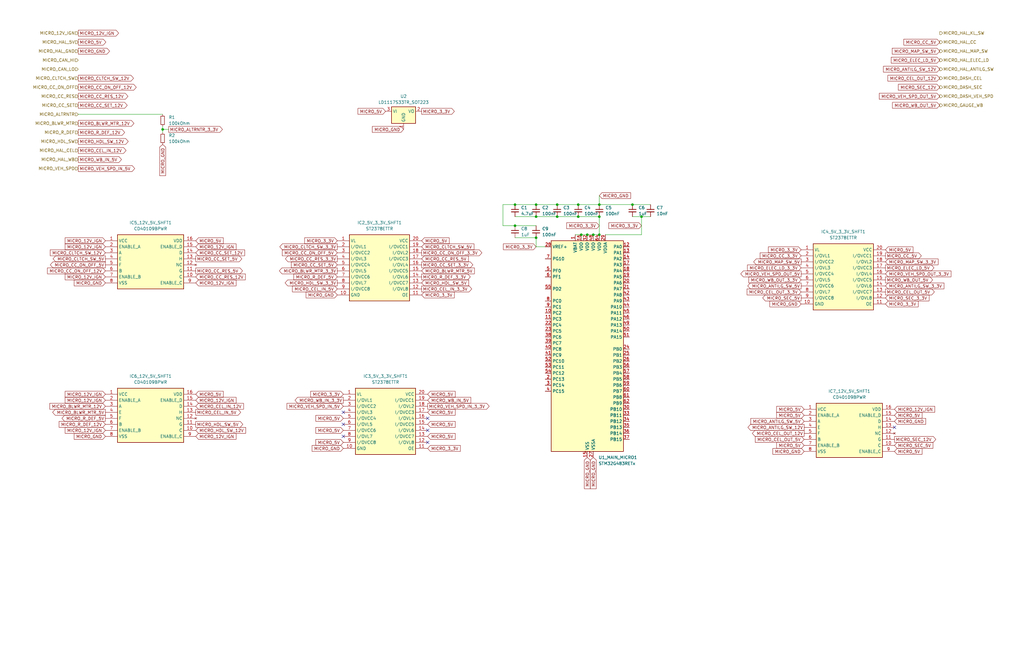
<source format=kicad_sch>
(kicad_sch (version 20230121) (generator eeschema)

  (uuid db66486b-093e-4662-85ff-feca5965de0a)

  (paper "B")

  (lib_symbols
    (symbol "Device:C_Small" (pin_numbers hide) (pin_names (offset 0.254) hide) (in_bom yes) (on_board yes)
      (property "Reference" "C" (at 0.254 1.778 0)
        (effects (font (size 1.27 1.27)) (justify left))
      )
      (property "Value" "C_Small" (at 0.254 -2.032 0)
        (effects (font (size 1.27 1.27)) (justify left))
      )
      (property "Footprint" "" (at 0 0 0)
        (effects (font (size 1.27 1.27)) hide)
      )
      (property "Datasheet" "~" (at 0 0 0)
        (effects (font (size 1.27 1.27)) hide)
      )
      (property "ki_keywords" "capacitor cap" (at 0 0 0)
        (effects (font (size 1.27 1.27)) hide)
      )
      (property "ki_description" "Unpolarized capacitor, small symbol" (at 0 0 0)
        (effects (font (size 1.27 1.27)) hide)
      )
      (property "ki_fp_filters" "C_*" (at 0 0 0)
        (effects (font (size 1.27 1.27)) hide)
      )
      (symbol "C_Small_0_1"
        (polyline
          (pts
            (xy -1.524 -0.508)
            (xy 1.524 -0.508)
          )
          (stroke (width 0.3302) (type default))
          (fill (type none))
        )
        (polyline
          (pts
            (xy -1.524 0.508)
            (xy 1.524 0.508)
          )
          (stroke (width 0.3048) (type default))
          (fill (type none))
        )
      )
      (symbol "C_Small_1_1"
        (pin passive line (at 0 2.54 270) (length 2.032)
          (name "~" (effects (font (size 1.27 1.27))))
          (number "1" (effects (font (size 1.27 1.27))))
        )
        (pin passive line (at 0 -2.54 90) (length 2.032)
          (name "~" (effects (font (size 1.27 1.27))))
          (number "2" (effects (font (size 1.27 1.27))))
        )
      )
    )
    (symbol "Device:R_Small" (pin_numbers hide) (pin_names (offset 0.254) hide) (in_bom yes) (on_board yes)
      (property "Reference" "R" (at 0.762 0.508 0)
        (effects (font (size 1.27 1.27)) (justify left))
      )
      (property "Value" "R_Small" (at 0.762 -1.016 0)
        (effects (font (size 1.27 1.27)) (justify left))
      )
      (property "Footprint" "" (at 0 0 0)
        (effects (font (size 1.27 1.27)) hide)
      )
      (property "Datasheet" "~" (at 0 0 0)
        (effects (font (size 1.27 1.27)) hide)
      )
      (property "ki_keywords" "R resistor" (at 0 0 0)
        (effects (font (size 1.27 1.27)) hide)
      )
      (property "ki_description" "Resistor, small symbol" (at 0 0 0)
        (effects (font (size 1.27 1.27)) hide)
      )
      (property "ki_fp_filters" "R_*" (at 0 0 0)
        (effects (font (size 1.27 1.27)) hide)
      )
      (symbol "R_Small_0_1"
        (rectangle (start -0.762 1.778) (end 0.762 -1.778)
          (stroke (width 0.2032) (type default))
          (fill (type none))
        )
      )
      (symbol "R_Small_1_1"
        (pin passive line (at 0 2.54 270) (length 0.762)
          (name "~" (effects (font (size 1.27 1.27))))
          (number "1" (effects (font (size 1.27 1.27))))
        )
        (pin passive line (at 0 -2.54 90) (length 0.762)
          (name "~" (effects (font (size 1.27 1.27))))
          (number "2" (effects (font (size 1.27 1.27))))
        )
      )
    )
    (symbol "MCU_ST_STM32G4:STM32G483RETx" (in_bom yes) (on_board yes)
      (property "Reference" "U" (at -15.24 46.99 0)
        (effects (font (size 1.27 1.27)) (justify left))
      )
      (property "Value" "STM32G483RETx" (at 10.16 46.99 0)
        (effects (font (size 1.27 1.27)) (justify left))
      )
      (property "Footprint" "Package_QFP:LQFP-64_10x10mm_P0.5mm" (at -15.24 -43.18 0)
        (effects (font (size 1.27 1.27)) (justify right) hide)
      )
      (property "Datasheet" "https://www.st.com/resource/en/datasheet/stm32g483re.pdf" (at 0 0 0)
        (effects (font (size 1.27 1.27)) hide)
      )
      (property "ki_locked" "" (at 0 0 0)
        (effects (font (size 1.27 1.27)))
      )
      (property "ki_keywords" "Arm Cortex-M4 STM32G4 STM32G4x3" (at 0 0 0)
        (effects (font (size 1.27 1.27)) hide)
      )
      (property "ki_description" "STMicroelectronics Arm Cortex-M4 MCU, 512KB flash, 128KB RAM, 170 MHz, 1.71-3.6V, 52 GPIO, LQFP64" (at 0 0 0)
        (effects (font (size 1.27 1.27)) hide)
      )
      (property "ki_fp_filters" "LQFP*10x10mm*P0.5mm*" (at 0 0 0)
        (effects (font (size 1.27 1.27)) hide)
      )
      (symbol "STM32G483RETx_0_1"
        (rectangle (start -15.24 -43.18) (end 15.24 45.72)
          (stroke (width 0.254) (type default))
          (fill (type background))
        )
      )
      (symbol "STM32G483RETx_1_1"
        (pin power_in line (at -5.08 48.26 270) (length 2.54)
          (name "VBAT" (effects (font (size 1.27 1.27))))
          (number "1" (effects (font (size 1.27 1.27))))
        )
        (pin bidirectional line (at -17.78 15.24 0) (length 2.54)
          (name "PC2" (effects (font (size 1.27 1.27))))
          (number "10" (effects (font (size 1.27 1.27))))
          (alternate "ADC1_IN8" bidirectional line)
          (alternate "ADC2_IN8" bidirectional line)
          (alternate "ADC3_EXTI2" bidirectional line)
          (alternate "ADC4_EXTI2" bidirectional line)
          (alternate "ADC5_EXTI2" bidirectional line)
          (alternate "COMP3_OUT" bidirectional line)
          (alternate "LPTIM1_IN2" bidirectional line)
          (alternate "QUADSPI1_BK2_IO1" bidirectional line)
          (alternate "TIM1_CH3" bidirectional line)
          (alternate "TIM20_CH2" bidirectional line)
        )
        (pin bidirectional line (at -17.78 12.7 0) (length 2.54)
          (name "PC3" (effects (font (size 1.27 1.27))))
          (number "11" (effects (font (size 1.27 1.27))))
          (alternate "ADC1_IN9" bidirectional line)
          (alternate "ADC2_IN9" bidirectional line)
          (alternate "ADC3_EXTI3" bidirectional line)
          (alternate "ADC4_EXTI3" bidirectional line)
          (alternate "ADC5_EXTI3" bidirectional line)
          (alternate "LPTIM1_ETR" bidirectional line)
          (alternate "OPAMP5_VINP" bidirectional line)
          (alternate "OPAMP5_VINP_SEC" bidirectional line)
          (alternate "QUADSPI1_BK2_IO2" bidirectional line)
          (alternate "SAI1_D1" bidirectional line)
          (alternate "SAI1_SD_A" bidirectional line)
          (alternate "TIM1_BKIN2" bidirectional line)
          (alternate "TIM1_CH4" bidirectional line)
        )
        (pin bidirectional line (at 17.78 43.18 180) (length 2.54)
          (name "PA0" (effects (font (size 1.27 1.27))))
          (number "12" (effects (font (size 1.27 1.27))))
          (alternate "ADC1_IN1" bidirectional line)
          (alternate "ADC2_IN1" bidirectional line)
          (alternate "COMP1_INM" bidirectional line)
          (alternate "COMP1_OUT" bidirectional line)
          (alternate "COMP3_INP" bidirectional line)
          (alternate "RTC_TAMP2" bidirectional line)
          (alternate "SYS_WKUP1" bidirectional line)
          (alternate "TIM2_CH1" bidirectional line)
          (alternate "TIM2_ETR" bidirectional line)
          (alternate "TIM5_CH1" bidirectional line)
          (alternate "TIM8_BKIN" bidirectional line)
          (alternate "TIM8_ETR" bidirectional line)
          (alternate "USART2_CTS" bidirectional line)
          (alternate "USART2_NSS" bidirectional line)
        )
        (pin bidirectional line (at 17.78 40.64 180) (length 2.54)
          (name "PA1" (effects (font (size 1.27 1.27))))
          (number "13" (effects (font (size 1.27 1.27))))
          (alternate "ADC1_IN2" bidirectional line)
          (alternate "ADC2_IN2" bidirectional line)
          (alternate "COMP1_INP" bidirectional line)
          (alternate "OPAMP1_VINP" bidirectional line)
          (alternate "OPAMP1_VINP_SEC" bidirectional line)
          (alternate "OPAMP3_VINP" bidirectional line)
          (alternate "OPAMP3_VINP_SEC" bidirectional line)
          (alternate "OPAMP6_VINM" bidirectional line)
          (alternate "OPAMP6_VINM0" bidirectional line)
          (alternate "OPAMP6_VINM_SEC" bidirectional line)
          (alternate "RTC_REFIN" bidirectional line)
          (alternate "TIM15_CH1N" bidirectional line)
          (alternate "TIM2_CH2" bidirectional line)
          (alternate "TIM5_CH2" bidirectional line)
          (alternate "USART2_DE" bidirectional line)
          (alternate "USART2_RTS" bidirectional line)
        )
        (pin bidirectional line (at 17.78 38.1 180) (length 2.54)
          (name "PA2" (effects (font (size 1.27 1.27))))
          (number "14" (effects (font (size 1.27 1.27))))
          (alternate "ADC1_IN3" bidirectional line)
          (alternate "ADC3_EXTI2" bidirectional line)
          (alternate "ADC4_EXTI2" bidirectional line)
          (alternate "ADC5_EXTI2" bidirectional line)
          (alternate "COMP2_INM" bidirectional line)
          (alternate "COMP2_OUT" bidirectional line)
          (alternate "LPUART1_TX" bidirectional line)
          (alternate "OPAMP1_VOUT" bidirectional line)
          (alternate "QUADSPI1_BK1_NCS" bidirectional line)
          (alternate "RCC_LSCO" bidirectional line)
          (alternate "SYS_WKUP4" bidirectional line)
          (alternate "TIM15_CH1" bidirectional line)
          (alternate "TIM2_CH3" bidirectional line)
          (alternate "TIM5_CH3" bidirectional line)
          (alternate "UCPD1_FRSTX1" bidirectional line)
          (alternate "UCPD1_FRSTX2" bidirectional line)
          (alternate "USART2_TX" bidirectional line)
        )
        (pin power_in line (at 0 -45.72 90) (length 2.54)
          (name "VSS" (effects (font (size 1.27 1.27))))
          (number "15" (effects (font (size 1.27 1.27))))
        )
        (pin power_in line (at -2.54 48.26 270) (length 2.54)
          (name "VDD" (effects (font (size 1.27 1.27))))
          (number "16" (effects (font (size 1.27 1.27))))
        )
        (pin bidirectional line (at 17.78 35.56 180) (length 2.54)
          (name "PA3" (effects (font (size 1.27 1.27))))
          (number "17" (effects (font (size 1.27 1.27))))
          (alternate "ADC1_IN4" bidirectional line)
          (alternate "ADC3_EXTI3" bidirectional line)
          (alternate "ADC4_EXTI3" bidirectional line)
          (alternate "ADC5_EXTI3" bidirectional line)
          (alternate "COMP2_INP" bidirectional line)
          (alternate "LPUART1_RX" bidirectional line)
          (alternate "OPAMP1_VINM" bidirectional line)
          (alternate "OPAMP1_VINM0" bidirectional line)
          (alternate "OPAMP1_VINM_SEC" bidirectional line)
          (alternate "OPAMP1_VINP" bidirectional line)
          (alternate "OPAMP1_VINP_SEC" bidirectional line)
          (alternate "OPAMP5_VINM" bidirectional line)
          (alternate "OPAMP5_VINM1" bidirectional line)
          (alternate "OPAMP5_VINM_SEC" bidirectional line)
          (alternate "QUADSPI1_CLK" bidirectional line)
          (alternate "SAI1_CK1" bidirectional line)
          (alternate "SAI1_MCLK_A" bidirectional line)
          (alternate "TIM15_CH2" bidirectional line)
          (alternate "TIM2_CH4" bidirectional line)
          (alternate "TIM5_CH4" bidirectional line)
          (alternate "USART2_RX" bidirectional line)
        )
        (pin bidirectional line (at 17.78 33.02 180) (length 2.54)
          (name "PA4" (effects (font (size 1.27 1.27))))
          (number "18" (effects (font (size 1.27 1.27))))
          (alternate "ADC2_IN17" bidirectional line)
          (alternate "COMP1_INM" bidirectional line)
          (alternate "DAC1_OUT1" bidirectional line)
          (alternate "I2S3_WS" bidirectional line)
          (alternate "SAI1_FS_B" bidirectional line)
          (alternate "SPI1_NSS" bidirectional line)
          (alternate "SPI3_NSS" bidirectional line)
          (alternate "TIM3_CH2" bidirectional line)
          (alternate "USART2_CK" bidirectional line)
        )
        (pin bidirectional line (at 17.78 30.48 180) (length 2.54)
          (name "PA5" (effects (font (size 1.27 1.27))))
          (number "19" (effects (font (size 1.27 1.27))))
          (alternate "ADC2_IN13" bidirectional line)
          (alternate "COMP2_INM" bidirectional line)
          (alternate "DAC1_OUT2" bidirectional line)
          (alternate "OPAMP2_VINM" bidirectional line)
          (alternate "OPAMP2_VINM0" bidirectional line)
          (alternate "OPAMP2_VINM_SEC" bidirectional line)
          (alternate "SPI1_SCK" bidirectional line)
          (alternate "TIM2_CH1" bidirectional line)
          (alternate "TIM2_ETR" bidirectional line)
          (alternate "UCPD1_FRSTX1" bidirectional line)
          (alternate "UCPD1_FRSTX2" bidirectional line)
        )
        (pin bidirectional line (at -17.78 -12.7 0) (length 2.54)
          (name "PC13" (effects (font (size 1.27 1.27))))
          (number "2" (effects (font (size 1.27 1.27))))
          (alternate "RTC_OUT1" bidirectional line)
          (alternate "RTC_TAMP1" bidirectional line)
          (alternate "RTC_TS" bidirectional line)
          (alternate "SYS_WKUP2" bidirectional line)
          (alternate "TIM1_BKIN" bidirectional line)
          (alternate "TIM1_CH1N" bidirectional line)
          (alternate "TIM8_CH4N" bidirectional line)
        )
        (pin bidirectional line (at 17.78 27.94 180) (length 2.54)
          (name "PA6" (effects (font (size 1.27 1.27))))
          (number "20" (effects (font (size 1.27 1.27))))
          (alternate "ADC2_IN3" bidirectional line)
          (alternate "COMP1_OUT" bidirectional line)
          (alternate "DAC2_OUT1" bidirectional line)
          (alternate "LPUART1_CTS" bidirectional line)
          (alternate "OPAMP2_VOUT" bidirectional line)
          (alternate "QUADSPI1_BK1_IO3" bidirectional line)
          (alternate "SPI1_MISO" bidirectional line)
          (alternate "TIM16_CH1" bidirectional line)
          (alternate "TIM1_BKIN" bidirectional line)
          (alternate "TIM3_CH1" bidirectional line)
          (alternate "TIM8_BKIN" bidirectional line)
        )
        (pin bidirectional line (at 17.78 25.4 180) (length 2.54)
          (name "PA7" (effects (font (size 1.27 1.27))))
          (number "21" (effects (font (size 1.27 1.27))))
          (alternate "ADC2_IN4" bidirectional line)
          (alternate "COMP2_INP" bidirectional line)
          (alternate "COMP2_OUT" bidirectional line)
          (alternate "OPAMP1_VINP" bidirectional line)
          (alternate "OPAMP1_VINP_SEC" bidirectional line)
          (alternate "OPAMP2_VINP" bidirectional line)
          (alternate "OPAMP2_VINP_SEC" bidirectional line)
          (alternate "QUADSPI1_BK1_IO2" bidirectional line)
          (alternate "SPI1_MOSI" bidirectional line)
          (alternate "TIM17_CH1" bidirectional line)
          (alternate "TIM1_CH1N" bidirectional line)
          (alternate "TIM3_CH2" bidirectional line)
          (alternate "TIM8_CH1N" bidirectional line)
          (alternate "UCPD1_FRSTX1" bidirectional line)
          (alternate "UCPD1_FRSTX2" bidirectional line)
        )
        (pin bidirectional line (at -17.78 10.16 0) (length 2.54)
          (name "PC4" (effects (font (size 1.27 1.27))))
          (number "22" (effects (font (size 1.27 1.27))))
          (alternate "ADC2_IN5" bidirectional line)
          (alternate "I2C2_SCL" bidirectional line)
          (alternate "QUADSPI1_BK2_IO3" bidirectional line)
          (alternate "TIM1_ETR" bidirectional line)
          (alternate "USART1_TX" bidirectional line)
        )
        (pin bidirectional line (at -17.78 7.62 0) (length 2.54)
          (name "PC5" (effects (font (size 1.27 1.27))))
          (number "23" (effects (font (size 1.27 1.27))))
          (alternate "ADC2_IN11" bidirectional line)
          (alternate "OPAMP1_VINM" bidirectional line)
          (alternate "OPAMP1_VINM1" bidirectional line)
          (alternate "OPAMP1_VINM_SEC" bidirectional line)
          (alternate "OPAMP2_VINM" bidirectional line)
          (alternate "OPAMP2_VINM1" bidirectional line)
          (alternate "OPAMP2_VINM_SEC" bidirectional line)
          (alternate "SAI1_D3" bidirectional line)
          (alternate "SYS_WKUP5" bidirectional line)
          (alternate "TIM15_BKIN" bidirectional line)
          (alternate "TIM1_CH4N" bidirectional line)
          (alternate "USART1_RX" bidirectional line)
        )
        (pin bidirectional line (at 17.78 0 180) (length 2.54)
          (name "PB0" (effects (font (size 1.27 1.27))))
          (number "24" (effects (font (size 1.27 1.27))))
          (alternate "ADC1_IN15" bidirectional line)
          (alternate "ADC3_IN12" bidirectional line)
          (alternate "COMP4_INP" bidirectional line)
          (alternate "OPAMP2_VINP" bidirectional line)
          (alternate "OPAMP2_VINP_SEC" bidirectional line)
          (alternate "OPAMP3_VINP" bidirectional line)
          (alternate "OPAMP3_VINP_SEC" bidirectional line)
          (alternate "QUADSPI1_BK1_IO1" bidirectional line)
          (alternate "TIM1_CH2N" bidirectional line)
          (alternate "TIM3_CH3" bidirectional line)
          (alternate "TIM8_CH2N" bidirectional line)
          (alternate "UCPD1_FRSTX1" bidirectional line)
          (alternate "UCPD1_FRSTX2" bidirectional line)
        )
        (pin bidirectional line (at 17.78 -2.54 180) (length 2.54)
          (name "PB1" (effects (font (size 1.27 1.27))))
          (number "25" (effects (font (size 1.27 1.27))))
          (alternate "ADC1_IN12" bidirectional line)
          (alternate "ADC3_IN1" bidirectional line)
          (alternate "COMP1_INP" bidirectional line)
          (alternate "COMP4_OUT" bidirectional line)
          (alternate "LPUART1_DE" bidirectional line)
          (alternate "LPUART1_RTS" bidirectional line)
          (alternate "OPAMP3_VOUT" bidirectional line)
          (alternate "OPAMP6_VINM" bidirectional line)
          (alternate "OPAMP6_VINM1" bidirectional line)
          (alternate "OPAMP6_VINM_SEC" bidirectional line)
          (alternate "QUADSPI1_BK1_IO0" bidirectional line)
          (alternate "TIM1_CH3N" bidirectional line)
          (alternate "TIM3_CH4" bidirectional line)
          (alternate "TIM8_CH3N" bidirectional line)
        )
        (pin bidirectional line (at 17.78 -5.08 180) (length 2.54)
          (name "PB2" (effects (font (size 1.27 1.27))))
          (number "26" (effects (font (size 1.27 1.27))))
          (alternate "ADC2_IN12" bidirectional line)
          (alternate "ADC3_EXTI2" bidirectional line)
          (alternate "ADC4_EXTI2" bidirectional line)
          (alternate "ADC5_EXTI2" bidirectional line)
          (alternate "COMP4_INM" bidirectional line)
          (alternate "I2C3_SMBA" bidirectional line)
          (alternate "LPTIM1_OUT" bidirectional line)
          (alternate "OPAMP3_VINM" bidirectional line)
          (alternate "OPAMP3_VINM0" bidirectional line)
          (alternate "OPAMP3_VINM_SEC" bidirectional line)
          (alternate "QUADSPI1_BK2_IO1" bidirectional line)
          (alternate "RTC_OUT2" bidirectional line)
          (alternate "TIM20_CH1" bidirectional line)
          (alternate "TIM5_CH1" bidirectional line)
        )
        (pin power_in line (at 2.54 -45.72 90) (length 2.54)
          (name "VSSA" (effects (font (size 1.27 1.27))))
          (number "27" (effects (font (size 1.27 1.27))))
        )
        (pin input line (at -17.78 43.18 0) (length 2.54)
          (name "VREF+" (effects (font (size 1.27 1.27))))
          (number "28" (effects (font (size 1.27 1.27))))
          (alternate "VREFBUF_OUT" bidirectional line)
        )
        (pin power_in line (at 7.62 48.26 270) (length 2.54)
          (name "VDDA" (effects (font (size 1.27 1.27))))
          (number "29" (effects (font (size 1.27 1.27))))
        )
        (pin bidirectional line (at -17.78 -15.24 0) (length 2.54)
          (name "PC14" (effects (font (size 1.27 1.27))))
          (number "3" (effects (font (size 1.27 1.27))))
          (alternate "RCC_OSC32_IN" bidirectional line)
        )
        (pin bidirectional line (at 17.78 -25.4 180) (length 2.54)
          (name "PB10" (effects (font (size 1.27 1.27))))
          (number "30" (effects (font (size 1.27 1.27))))
          (alternate "COMP5_INM" bidirectional line)
          (alternate "DAC1_EXTI10" bidirectional line)
          (alternate "DAC2_EXTI10" bidirectional line)
          (alternate "DAC3_EXTI10" bidirectional line)
          (alternate "DAC4_EXTI10" bidirectional line)
          (alternate "LPUART1_RX" bidirectional line)
          (alternate "OPAMP3_VINM" bidirectional line)
          (alternate "OPAMP3_VINM1" bidirectional line)
          (alternate "OPAMP3_VINM_SEC" bidirectional line)
          (alternate "OPAMP4_VINM" bidirectional line)
          (alternate "OPAMP4_VINM0" bidirectional line)
          (alternate "OPAMP4_VINM_SEC" bidirectional line)
          (alternate "QUADSPI1_CLK" bidirectional line)
          (alternate "SAI1_SCK_A" bidirectional line)
          (alternate "TIM1_BKIN" bidirectional line)
          (alternate "TIM2_CH3" bidirectional line)
          (alternate "USART3_TX" bidirectional line)
        )
        (pin passive line (at 0 -45.72 90) (length 2.54) hide
          (name "VSS" (effects (font (size 1.27 1.27))))
          (number "31" (effects (font (size 1.27 1.27))))
        )
        (pin power_in line (at 0 48.26 270) (length 2.54)
          (name "VDD" (effects (font (size 1.27 1.27))))
          (number "32" (effects (font (size 1.27 1.27))))
        )
        (pin bidirectional line (at 17.78 -27.94 180) (length 2.54)
          (name "PB11" (effects (font (size 1.27 1.27))))
          (number "33" (effects (font (size 1.27 1.27))))
          (alternate "ADC1_EXTI11" bidirectional line)
          (alternate "ADC1_IN14" bidirectional line)
          (alternate "ADC2_EXTI11" bidirectional line)
          (alternate "ADC2_IN14" bidirectional line)
          (alternate "COMP6_INP" bidirectional line)
          (alternate "LPUART1_TX" bidirectional line)
          (alternate "OPAMP4_VINP" bidirectional line)
          (alternate "OPAMP4_VINP_SEC" bidirectional line)
          (alternate "OPAMP6_VOUT" bidirectional line)
          (alternate "QUADSPI1_BK1_NCS" bidirectional line)
          (alternate "TIM2_CH4" bidirectional line)
          (alternate "USART3_RX" bidirectional line)
        )
        (pin bidirectional line (at 17.78 -30.48 180) (length 2.54)
          (name "PB12" (effects (font (size 1.27 1.27))))
          (number "34" (effects (font (size 1.27 1.27))))
          (alternate "ADC1_IN11" bidirectional line)
          (alternate "ADC4_IN3" bidirectional line)
          (alternate "COMP7_INM" bidirectional line)
          (alternate "FDCAN2_RX" bidirectional line)
          (alternate "I2C2_SMBA" bidirectional line)
          (alternate "I2S2_WS" bidirectional line)
          (alternate "LPUART1_DE" bidirectional line)
          (alternate "LPUART1_RTS" bidirectional line)
          (alternate "OPAMP4_VOUT" bidirectional line)
          (alternate "OPAMP6_VINP" bidirectional line)
          (alternate "OPAMP6_VINP_SEC" bidirectional line)
          (alternate "SPI2_NSS" bidirectional line)
          (alternate "TIM1_BKIN" bidirectional line)
          (alternate "TIM5_ETR" bidirectional line)
          (alternate "USART3_CK" bidirectional line)
        )
        (pin bidirectional line (at 17.78 -33.02 180) (length 2.54)
          (name "PB13" (effects (font (size 1.27 1.27))))
          (number "35" (effects (font (size 1.27 1.27))))
          (alternate "ADC3_IN5" bidirectional line)
          (alternate "COMP5_INP" bidirectional line)
          (alternate "FDCAN2_TX" bidirectional line)
          (alternate "I2S2_CK" bidirectional line)
          (alternate "LPUART1_CTS" bidirectional line)
          (alternate "OPAMP3_VINP" bidirectional line)
          (alternate "OPAMP3_VINP_SEC" bidirectional line)
          (alternate "OPAMP4_VINP" bidirectional line)
          (alternate "OPAMP4_VINP_SEC" bidirectional line)
          (alternate "OPAMP6_VINP" bidirectional line)
          (alternate "OPAMP6_VINP_SEC" bidirectional line)
          (alternate "SPI2_SCK" bidirectional line)
          (alternate "TIM1_CH1N" bidirectional line)
          (alternate "USART3_CTS" bidirectional line)
          (alternate "USART3_NSS" bidirectional line)
        )
        (pin bidirectional line (at 17.78 -35.56 180) (length 2.54)
          (name "PB14" (effects (font (size 1.27 1.27))))
          (number "36" (effects (font (size 1.27 1.27))))
          (alternate "ADC1_IN5" bidirectional line)
          (alternate "ADC4_IN4" bidirectional line)
          (alternate "COMP4_OUT" bidirectional line)
          (alternate "COMP7_INP" bidirectional line)
          (alternate "OPAMP2_VINP" bidirectional line)
          (alternate "OPAMP2_VINP_SEC" bidirectional line)
          (alternate "OPAMP5_VINP" bidirectional line)
          (alternate "OPAMP5_VINP_SEC" bidirectional line)
          (alternate "SPI2_MISO" bidirectional line)
          (alternate "TIM15_CH1" bidirectional line)
          (alternate "TIM1_CH2N" bidirectional line)
          (alternate "USART3_DE" bidirectional line)
          (alternate "USART3_RTS" bidirectional line)
        )
        (pin bidirectional line (at 17.78 -38.1 180) (length 2.54)
          (name "PB15" (effects (font (size 1.27 1.27))))
          (number "37" (effects (font (size 1.27 1.27))))
          (alternate "ADC1_EXTI15" bidirectional line)
          (alternate "ADC2_EXTI15" bidirectional line)
          (alternate "ADC2_IN15" bidirectional line)
          (alternate "ADC4_IN5" bidirectional line)
          (alternate "COMP3_OUT" bidirectional line)
          (alternate "COMP6_INM" bidirectional line)
          (alternate "I2S2_SD" bidirectional line)
          (alternate "OPAMP5_VINM" bidirectional line)
          (alternate "OPAMP5_VINM0" bidirectional line)
          (alternate "OPAMP5_VINM_SEC" bidirectional line)
          (alternate "RTC_REFIN" bidirectional line)
          (alternate "SPI2_MOSI" bidirectional line)
          (alternate "TIM15_CH1N" bidirectional line)
          (alternate "TIM15_CH2" bidirectional line)
          (alternate "TIM1_CH3N" bidirectional line)
        )
        (pin bidirectional line (at -17.78 5.08 0) (length 2.54)
          (name "PC6" (effects (font (size 1.27 1.27))))
          (number "38" (effects (font (size 1.27 1.27))))
          (alternate "COMP6_OUT" bidirectional line)
          (alternate "I2C4_SCL" bidirectional line)
          (alternate "I2S2_MCK" bidirectional line)
          (alternate "TIM3_CH1" bidirectional line)
          (alternate "TIM8_CH1" bidirectional line)
        )
        (pin bidirectional line (at -17.78 2.54 0) (length 2.54)
          (name "PC7" (effects (font (size 1.27 1.27))))
          (number "39" (effects (font (size 1.27 1.27))))
          (alternate "COMP5_OUT" bidirectional line)
          (alternate "I2C4_SDA" bidirectional line)
          (alternate "I2S3_MCK" bidirectional line)
          (alternate "TIM3_CH2" bidirectional line)
          (alternate "TIM8_CH2" bidirectional line)
        )
        (pin bidirectional line (at -17.78 -17.78 0) (length 2.54)
          (name "PC15" (effects (font (size 1.27 1.27))))
          (number "4" (effects (font (size 1.27 1.27))))
          (alternate "ADC1_EXTI15" bidirectional line)
          (alternate "ADC2_EXTI15" bidirectional line)
          (alternate "RCC_OSC32_OUT" bidirectional line)
        )
        (pin bidirectional line (at -17.78 0 0) (length 2.54)
          (name "PC8" (effects (font (size 1.27 1.27))))
          (number "40" (effects (font (size 1.27 1.27))))
          (alternate "COMP7_OUT" bidirectional line)
          (alternate "I2C3_SCL" bidirectional line)
          (alternate "TIM20_CH3" bidirectional line)
          (alternate "TIM3_CH3" bidirectional line)
          (alternate "TIM8_CH3" bidirectional line)
        )
        (pin bidirectional line (at -17.78 -2.54 0) (length 2.54)
          (name "PC9" (effects (font (size 1.27 1.27))))
          (number "41" (effects (font (size 1.27 1.27))))
          (alternate "DAC1_EXTI9" bidirectional line)
          (alternate "DAC2_EXTI9" bidirectional line)
          (alternate "DAC3_EXTI9" bidirectional line)
          (alternate "DAC4_EXTI9" bidirectional line)
          (alternate "I2C3_SDA" bidirectional line)
          (alternate "I2S_CKIN" bidirectional line)
          (alternate "TIM3_CH4" bidirectional line)
          (alternate "TIM8_BKIN2" bidirectional line)
          (alternate "TIM8_CH4" bidirectional line)
        )
        (pin bidirectional line (at 17.78 22.86 180) (length 2.54)
          (name "PA8" (effects (font (size 1.27 1.27))))
          (number "42" (effects (font (size 1.27 1.27))))
          (alternate "ADC5_IN1" bidirectional line)
          (alternate "COMP7_OUT" bidirectional line)
          (alternate "FDCAN3_RX" bidirectional line)
          (alternate "I2C2_SDA" bidirectional line)
          (alternate "I2C3_SCL" bidirectional line)
          (alternate "I2S2_MCK" bidirectional line)
          (alternate "OPAMP5_VOUT" bidirectional line)
          (alternate "RCC_MCO" bidirectional line)
          (alternate "SAI1_CK2" bidirectional line)
          (alternate "SAI1_SCK_A" bidirectional line)
          (alternate "TIM1_CH1" bidirectional line)
          (alternate "TIM4_ETR" bidirectional line)
          (alternate "USART1_CK" bidirectional line)
        )
        (pin bidirectional line (at 17.78 20.32 180) (length 2.54)
          (name "PA9" (effects (font (size 1.27 1.27))))
          (number "43" (effects (font (size 1.27 1.27))))
          (alternate "ADC5_IN2" bidirectional line)
          (alternate "COMP5_OUT" bidirectional line)
          (alternate "DAC1_EXTI9" bidirectional line)
          (alternate "DAC2_EXTI9" bidirectional line)
          (alternate "DAC3_EXTI9" bidirectional line)
          (alternate "DAC4_EXTI9" bidirectional line)
          (alternate "I2C2_SCL" bidirectional line)
          (alternate "I2C3_SMBA" bidirectional line)
          (alternate "I2S3_MCK" bidirectional line)
          (alternate "SAI1_FS_A" bidirectional line)
          (alternate "TIM15_BKIN" bidirectional line)
          (alternate "TIM1_CH2" bidirectional line)
          (alternate "TIM2_CH3" bidirectional line)
          (alternate "UCPD1_DBCC1" bidirectional line)
          (alternate "USART1_TX" bidirectional line)
        )
        (pin bidirectional line (at 17.78 17.78 180) (length 2.54)
          (name "PA10" (effects (font (size 1.27 1.27))))
          (number "44" (effects (font (size 1.27 1.27))))
          (alternate "COMP6_OUT" bidirectional line)
          (alternate "CRS_SYNC" bidirectional line)
          (alternate "DAC1_EXTI10" bidirectional line)
          (alternate "DAC2_EXTI10" bidirectional line)
          (alternate "DAC3_EXTI10" bidirectional line)
          (alternate "DAC4_EXTI10" bidirectional line)
          (alternate "I2C2_SMBA" bidirectional line)
          (alternate "SAI1_D1" bidirectional line)
          (alternate "SAI1_SD_A" bidirectional line)
          (alternate "SPI2_MISO" bidirectional line)
          (alternate "TIM17_BKIN" bidirectional line)
          (alternate "TIM1_CH3" bidirectional line)
          (alternate "TIM2_CH4" bidirectional line)
          (alternate "TIM8_BKIN" bidirectional line)
          (alternate "UCPD1_DBCC2" bidirectional line)
          (alternate "USART1_RX" bidirectional line)
        )
        (pin bidirectional line (at 17.78 15.24 180) (length 2.54)
          (name "PA11" (effects (font (size 1.27 1.27))))
          (number "45" (effects (font (size 1.27 1.27))))
          (alternate "ADC1_EXTI11" bidirectional line)
          (alternate "ADC2_EXTI11" bidirectional line)
          (alternate "COMP1_OUT" bidirectional line)
          (alternate "FDCAN1_RX" bidirectional line)
          (alternate "I2S2_SD" bidirectional line)
          (alternate "SPI2_MOSI" bidirectional line)
          (alternate "TIM1_BKIN2" bidirectional line)
          (alternate "TIM1_CH1N" bidirectional line)
          (alternate "TIM1_CH4" bidirectional line)
          (alternate "TIM4_CH1" bidirectional line)
          (alternate "USART1_CTS" bidirectional line)
          (alternate "USART1_NSS" bidirectional line)
          (alternate "USB_DM" bidirectional line)
        )
        (pin bidirectional line (at 17.78 12.7 180) (length 2.54)
          (name "PA12" (effects (font (size 1.27 1.27))))
          (number "46" (effects (font (size 1.27 1.27))))
          (alternate "COMP2_OUT" bidirectional line)
          (alternate "FDCAN1_TX" bidirectional line)
          (alternate "I2S_CKIN" bidirectional line)
          (alternate "TIM16_CH1" bidirectional line)
          (alternate "TIM1_CH2N" bidirectional line)
          (alternate "TIM1_ETR" bidirectional line)
          (alternate "TIM4_CH2" bidirectional line)
          (alternate "USART1_DE" bidirectional line)
          (alternate "USART1_RTS" bidirectional line)
          (alternate "USB_DP" bidirectional line)
        )
        (pin passive line (at 0 -45.72 90) (length 2.54) hide
          (name "VSS" (effects (font (size 1.27 1.27))))
          (number "47" (effects (font (size 1.27 1.27))))
        )
        (pin power_in line (at 2.54 48.26 270) (length 2.54)
          (name "VDD" (effects (font (size 1.27 1.27))))
          (number "48" (effects (font (size 1.27 1.27))))
        )
        (pin bidirectional line (at 17.78 10.16 180) (length 2.54)
          (name "PA13" (effects (font (size 1.27 1.27))))
          (number "49" (effects (font (size 1.27 1.27))))
          (alternate "I2C1_SCL" bidirectional line)
          (alternate "I2C4_SCL" bidirectional line)
          (alternate "IR_OUT" bidirectional line)
          (alternate "SAI1_SD_B" bidirectional line)
          (alternate "SYS_JTMS-SWDIO" bidirectional line)
          (alternate "TIM16_CH1N" bidirectional line)
          (alternate "TIM4_CH3" bidirectional line)
          (alternate "USART3_CTS" bidirectional line)
          (alternate "USART3_NSS" bidirectional line)
        )
        (pin bidirectional line (at -17.78 33.02 0) (length 2.54)
          (name "PF0" (effects (font (size 1.27 1.27))))
          (number "5" (effects (font (size 1.27 1.27))))
          (alternate "ADC1_IN10" bidirectional line)
          (alternate "I2C2_SDA" bidirectional line)
          (alternate "I2S2_WS" bidirectional line)
          (alternate "RCC_OSC_IN" bidirectional line)
          (alternate "SPI2_NSS" bidirectional line)
          (alternate "TIM1_CH3N" bidirectional line)
        )
        (pin bidirectional line (at 17.78 7.62 180) (length 2.54)
          (name "PA14" (effects (font (size 1.27 1.27))))
          (number "50" (effects (font (size 1.27 1.27))))
          (alternate "I2C1_SDA" bidirectional line)
          (alternate "I2C4_SMBA" bidirectional line)
          (alternate "LPTIM1_OUT" bidirectional line)
          (alternate "SAI1_FS_B" bidirectional line)
          (alternate "SYS_JTCK-SWCLK" bidirectional line)
          (alternate "TIM1_BKIN" bidirectional line)
          (alternate "TIM8_CH2" bidirectional line)
          (alternate "USART2_TX" bidirectional line)
        )
        (pin bidirectional line (at 17.78 5.08 180) (length 2.54)
          (name "PA15" (effects (font (size 1.27 1.27))))
          (number "51" (effects (font (size 1.27 1.27))))
          (alternate "ADC1_EXTI15" bidirectional line)
          (alternate "ADC2_EXTI15" bidirectional line)
          (alternate "FDCAN3_TX" bidirectional line)
          (alternate "I2C1_SCL" bidirectional line)
          (alternate "I2S3_WS" bidirectional line)
          (alternate "SPI1_NSS" bidirectional line)
          (alternate "SPI3_NSS" bidirectional line)
          (alternate "SYS_JTDI" bidirectional line)
          (alternate "TIM1_BKIN" bidirectional line)
          (alternate "TIM2_CH1" bidirectional line)
          (alternate "TIM2_ETR" bidirectional line)
          (alternate "TIM8_CH1" bidirectional line)
          (alternate "UART4_DE" bidirectional line)
          (alternate "UART4_RTS" bidirectional line)
          (alternate "USART2_RX" bidirectional line)
        )
        (pin bidirectional line (at -17.78 -5.08 0) (length 2.54)
          (name "PC10" (effects (font (size 1.27 1.27))))
          (number "52" (effects (font (size 1.27 1.27))))
          (alternate "DAC1_EXTI10" bidirectional line)
          (alternate "DAC2_EXTI10" bidirectional line)
          (alternate "DAC3_EXTI10" bidirectional line)
          (alternate "DAC4_EXTI10" bidirectional line)
          (alternate "I2S3_CK" bidirectional line)
          (alternate "SPI3_SCK" bidirectional line)
          (alternate "TIM8_CH1N" bidirectional line)
          (alternate "UART4_TX" bidirectional line)
          (alternate "USART3_TX" bidirectional line)
        )
        (pin bidirectional line (at -17.78 -7.62 0) (length 2.54)
          (name "PC11" (effects (font (size 1.27 1.27))))
          (number "53" (effects (font (size 1.27 1.27))))
          (alternate "ADC1_EXTI11" bidirectional line)
          (alternate "ADC2_EXTI11" bidirectional line)
          (alternate "I2C3_SDA" bidirectional line)
          (alternate "SPI3_MISO" bidirectional line)
          (alternate "TIM8_CH2N" bidirectional line)
          (alternate "UART4_RX" bidirectional line)
          (alternate "USART3_RX" bidirectional line)
        )
        (pin bidirectional line (at -17.78 -10.16 0) (length 2.54)
          (name "PC12" (effects (font (size 1.27 1.27))))
          (number "54" (effects (font (size 1.27 1.27))))
          (alternate "I2S3_SD" bidirectional line)
          (alternate "SPI3_MOSI" bidirectional line)
          (alternate "TIM5_CH2" bidirectional line)
          (alternate "TIM8_CH3N" bidirectional line)
          (alternate "UART5_TX" bidirectional line)
          (alternate "UCPD1_FRSTX1" bidirectional line)
          (alternate "UCPD1_FRSTX2" bidirectional line)
          (alternate "USART3_CK" bidirectional line)
        )
        (pin bidirectional line (at -17.78 25.4 0) (length 2.54)
          (name "PD2" (effects (font (size 1.27 1.27))))
          (number "55" (effects (font (size 1.27 1.27))))
          (alternate "ADC3_EXTI2" bidirectional line)
          (alternate "ADC4_EXTI2" bidirectional line)
          (alternate "ADC5_EXTI2" bidirectional line)
          (alternate "TIM3_ETR" bidirectional line)
          (alternate "TIM8_BKIN" bidirectional line)
          (alternate "UART5_RX" bidirectional line)
        )
        (pin bidirectional line (at 17.78 -7.62 180) (length 2.54)
          (name "PB3" (effects (font (size 1.27 1.27))))
          (number "56" (effects (font (size 1.27 1.27))))
          (alternate "ADC3_EXTI3" bidirectional line)
          (alternate "ADC4_EXTI3" bidirectional line)
          (alternate "ADC5_EXTI3" bidirectional line)
          (alternate "CRS_SYNC" bidirectional line)
          (alternate "FDCAN3_RX" bidirectional line)
          (alternate "I2S3_CK" bidirectional line)
          (alternate "SAI1_SCK_B" bidirectional line)
          (alternate "SPI1_SCK" bidirectional line)
          (alternate "SPI3_SCK" bidirectional line)
          (alternate "SYS_JTDO-SWO" bidirectional line)
          (alternate "TIM2_CH2" bidirectional line)
          (alternate "TIM3_ETR" bidirectional line)
          (alternate "TIM4_ETR" bidirectional line)
          (alternate "TIM8_CH1N" bidirectional line)
          (alternate "USART2_TX" bidirectional line)
        )
        (pin bidirectional line (at 17.78 -10.16 180) (length 2.54)
          (name "PB4" (effects (font (size 1.27 1.27))))
          (number "57" (effects (font (size 1.27 1.27))))
          (alternate "FDCAN3_TX" bidirectional line)
          (alternate "SAI1_MCLK_B" bidirectional line)
          (alternate "SPI1_MISO" bidirectional line)
          (alternate "SPI3_MISO" bidirectional line)
          (alternate "SYS_JTRST" bidirectional line)
          (alternate "TIM16_CH1" bidirectional line)
          (alternate "TIM17_BKIN" bidirectional line)
          (alternate "TIM3_CH1" bidirectional line)
          (alternate "TIM8_CH2N" bidirectional line)
          (alternate "UART5_DE" bidirectional line)
          (alternate "UART5_RTS" bidirectional line)
          (alternate "UCPD1_CC2" bidirectional line)
          (alternate "USART2_RX" bidirectional line)
        )
        (pin bidirectional line (at 17.78 -12.7 180) (length 2.54)
          (name "PB5" (effects (font (size 1.27 1.27))))
          (number "58" (effects (font (size 1.27 1.27))))
          (alternate "FDCAN2_RX" bidirectional line)
          (alternate "I2C1_SMBA" bidirectional line)
          (alternate "I2C3_SDA" bidirectional line)
          (alternate "I2S3_SD" bidirectional line)
          (alternate "LPTIM1_IN1" bidirectional line)
          (alternate "SAI1_SD_B" bidirectional line)
          (alternate "SPI1_MOSI" bidirectional line)
          (alternate "SPI3_MOSI" bidirectional line)
          (alternate "TIM16_BKIN" bidirectional line)
          (alternate "TIM17_CH1" bidirectional line)
          (alternate "TIM3_CH2" bidirectional line)
          (alternate "TIM8_CH3N" bidirectional line)
          (alternate "UART5_CTS" bidirectional line)
          (alternate "USART2_CK" bidirectional line)
        )
        (pin bidirectional line (at 17.78 -15.24 180) (length 2.54)
          (name "PB6" (effects (font (size 1.27 1.27))))
          (number "59" (effects (font (size 1.27 1.27))))
          (alternate "COMP4_OUT" bidirectional line)
          (alternate "FDCAN2_TX" bidirectional line)
          (alternate "LPTIM1_ETR" bidirectional line)
          (alternate "SAI1_FS_B" bidirectional line)
          (alternate "TIM16_CH1N" bidirectional line)
          (alternate "TIM4_CH1" bidirectional line)
          (alternate "TIM8_BKIN2" bidirectional line)
          (alternate "TIM8_CH1" bidirectional line)
          (alternate "TIM8_ETR" bidirectional line)
          (alternate "UCPD1_CC1" bidirectional line)
          (alternate "USART1_TX" bidirectional line)
        )
        (pin bidirectional line (at -17.78 30.48 0) (length 2.54)
          (name "PF1" (effects (font (size 1.27 1.27))))
          (number "6" (effects (font (size 1.27 1.27))))
          (alternate "ADC2_IN10" bidirectional line)
          (alternate "COMP3_INM" bidirectional line)
          (alternate "I2S2_CK" bidirectional line)
          (alternate "RCC_OSC_OUT" bidirectional line)
          (alternate "SPI2_SCK" bidirectional line)
        )
        (pin bidirectional line (at 17.78 -17.78 180) (length 2.54)
          (name "PB7" (effects (font (size 1.27 1.27))))
          (number "60" (effects (font (size 1.27 1.27))))
          (alternate "COMP3_OUT" bidirectional line)
          (alternate "I2C1_SDA" bidirectional line)
          (alternate "I2C4_SDA" bidirectional line)
          (alternate "LPTIM1_IN2" bidirectional line)
          (alternate "SYS_PVD_IN" bidirectional line)
          (alternate "TIM17_CH1N" bidirectional line)
          (alternate "TIM3_CH4" bidirectional line)
          (alternate "TIM4_CH2" bidirectional line)
          (alternate "TIM8_BKIN" bidirectional line)
          (alternate "UART4_CTS" bidirectional line)
          (alternate "USART1_RX" bidirectional line)
        )
        (pin bidirectional line (at 17.78 -20.32 180) (length 2.54)
          (name "PB8" (effects (font (size 1.27 1.27))))
          (number "61" (effects (font (size 1.27 1.27))))
          (alternate "COMP1_OUT" bidirectional line)
          (alternate "FDCAN1_RX" bidirectional line)
          (alternate "I2C1_SCL" bidirectional line)
          (alternate "SAI1_CK1" bidirectional line)
          (alternate "SAI1_MCLK_A" bidirectional line)
          (alternate "TIM16_CH1" bidirectional line)
          (alternate "TIM1_BKIN" bidirectional line)
          (alternate "TIM4_CH3" bidirectional line)
          (alternate "TIM8_CH2" bidirectional line)
          (alternate "USART3_RX" bidirectional line)
        )
        (pin bidirectional line (at 17.78 -22.86 180) (length 2.54)
          (name "PB9" (effects (font (size 1.27 1.27))))
          (number "62" (effects (font (size 1.27 1.27))))
          (alternate "COMP2_OUT" bidirectional line)
          (alternate "DAC1_EXTI9" bidirectional line)
          (alternate "DAC2_EXTI9" bidirectional line)
          (alternate "DAC3_EXTI9" bidirectional line)
          (alternate "DAC4_EXTI9" bidirectional line)
          (alternate "FDCAN1_TX" bidirectional line)
          (alternate "I2C1_SDA" bidirectional line)
          (alternate "IR_OUT" bidirectional line)
          (alternate "SAI1_D2" bidirectional line)
          (alternate "SAI1_FS_A" bidirectional line)
          (alternate "TIM17_CH1" bidirectional line)
          (alternate "TIM1_CH3N" bidirectional line)
          (alternate "TIM4_CH4" bidirectional line)
          (alternate "TIM8_CH3" bidirectional line)
          (alternate "USART3_TX" bidirectional line)
        )
        (pin passive line (at 0 -45.72 90) (length 2.54) hide
          (name "VSS" (effects (font (size 1.27 1.27))))
          (number "63" (effects (font (size 1.27 1.27))))
        )
        (pin power_in line (at 5.08 48.26 270) (length 2.54)
          (name "VDD" (effects (font (size 1.27 1.27))))
          (number "64" (effects (font (size 1.27 1.27))))
        )
        (pin bidirectional line (at -17.78 38.1 0) (length 2.54)
          (name "PG10" (effects (font (size 1.27 1.27))))
          (number "7" (effects (font (size 1.27 1.27))))
          (alternate "DAC1_EXTI10" bidirectional line)
          (alternate "DAC2_EXTI10" bidirectional line)
          (alternate "DAC3_EXTI10" bidirectional line)
          (alternate "DAC4_EXTI10" bidirectional line)
          (alternate "RCC_MCO" bidirectional line)
        )
        (pin bidirectional line (at -17.78 20.32 0) (length 2.54)
          (name "PC0" (effects (font (size 1.27 1.27))))
          (number "8" (effects (font (size 1.27 1.27))))
          (alternate "ADC1_IN6" bidirectional line)
          (alternate "ADC2_IN6" bidirectional line)
          (alternate "COMP3_INM" bidirectional line)
          (alternate "LPTIM1_IN1" bidirectional line)
          (alternate "LPUART1_RX" bidirectional line)
          (alternate "TIM1_CH1" bidirectional line)
        )
        (pin bidirectional line (at -17.78 17.78 0) (length 2.54)
          (name "PC1" (effects (font (size 1.27 1.27))))
          (number "9" (effects (font (size 1.27 1.27))))
          (alternate "ADC1_IN7" bidirectional line)
          (alternate "ADC2_IN7" bidirectional line)
          (alternate "COMP3_INP" bidirectional line)
          (alternate "LPTIM1_OUT" bidirectional line)
          (alternate "LPUART1_TX" bidirectional line)
          (alternate "QUADSPI1_BK2_IO0" bidirectional line)
          (alternate "SAI1_SD_A" bidirectional line)
          (alternate "TIM1_CH2" bidirectional line)
        )
      )
    )
    (symbol "Regulator_Linear:LD1117S33TR_SOT223" (in_bom yes) (on_board yes)
      (property "Reference" "U" (at -3.81 3.175 0)
        (effects (font (size 1.27 1.27)))
      )
      (property "Value" "LD1117S33TR_SOT223" (at 0 3.175 0)
        (effects (font (size 1.27 1.27)) (justify left))
      )
      (property "Footprint" "Package_TO_SOT_SMD:SOT-223-3_TabPin2" (at 0 5.08 0)
        (effects (font (size 1.27 1.27)) hide)
      )
      (property "Datasheet" "http://www.st.com/st-web-ui/static/active/en/resource/technical/document/datasheet/CD00000544.pdf" (at 2.54 -6.35 0)
        (effects (font (size 1.27 1.27)) hide)
      )
      (property "ki_keywords" "REGULATOR LDO 3.3V" (at 0 0 0)
        (effects (font (size 1.27 1.27)) hide)
      )
      (property "ki_description" "800mA Fixed Low Drop Positive Voltage Regulator, Fixed Output 3.3V, SOT-223" (at 0 0 0)
        (effects (font (size 1.27 1.27)) hide)
      )
      (property "ki_fp_filters" "SOT?223*TabPin2*" (at 0 0 0)
        (effects (font (size 1.27 1.27)) hide)
      )
      (symbol "LD1117S33TR_SOT223_0_1"
        (rectangle (start -5.08 -5.08) (end 5.08 1.905)
          (stroke (width 0.254) (type default))
          (fill (type background))
        )
      )
      (symbol "LD1117S33TR_SOT223_1_1"
        (pin power_in line (at 0 -7.62 90) (length 2.54)
          (name "GND" (effects (font (size 1.27 1.27))))
          (number "1" (effects (font (size 1.27 1.27))))
        )
        (pin power_out line (at 7.62 0 180) (length 2.54)
          (name "VO" (effects (font (size 1.27 1.27))))
          (number "2" (effects (font (size 1.27 1.27))))
        )
        (pin power_in line (at -7.62 0 0) (length 2.54)
          (name "VI" (effects (font (size 1.27 1.27))))
          (number "3" (effects (font (size 1.27 1.27))))
        )
      )
    )
    (symbol "ST_5V_3_3V_Shifter:ST2378ETTR" (in_bom yes) (on_board yes)
      (property "Reference" "IC" (at 31.75 7.62 0)
        (effects (font (size 1.27 1.27)) (justify left top))
      )
      (property "Value" "ST2378ETTR" (at 31.75 5.08 0)
        (effects (font (size 1.27 1.27)) (justify left top))
      )
      (property "Footprint" "SOP65P640X120-20N" (at 31.75 -94.92 0)
        (effects (font (size 1.27 1.27)) (justify left top) hide)
      )
      (property "Datasheet" "https://www.st.com/resource/en/datasheet/st2378e.pdf" (at 31.75 -194.92 0)
        (effects (font (size 1.27 1.27)) (justify left top) hide)
      )
      (property "Height" "1.2" (at 31.75 -394.92 0)
        (effects (font (size 1.27 1.27)) (justify left top) hide)
      )
      (property "Manufacturer_Name" "STMicroelectronics" (at 31.75 -494.92 0)
        (effects (font (size 1.27 1.27)) (justify left top) hide)
      )
      (property "Manufacturer_Part_Number" "ST2378ETTR" (at 31.75 -594.92 0)
        (effects (font (size 1.27 1.27)) (justify left top) hide)
      )
      (property "Mouser Part Number" "511-ST2378ET" (at 31.75 -694.92 0)
        (effects (font (size 1.27 1.27)) (justify left top) hide)
      )
      (property "Mouser Price/Stock" "https://www.mouser.co.uk/ProductDetail/STMicroelectronics/ST2378ETTR?qs=DUDHuK3gDFSwMxNsCLUurA%3D%3D" (at 31.75 -794.92 0)
        (effects (font (size 1.27 1.27)) (justify left top) hide)
      )
      (property "Arrow Part Number" "ST2378ETTR" (at 31.75 -894.92 0)
        (effects (font (size 1.27 1.27)) (justify left top) hide)
      )
      (property "Arrow Price/Stock" "https://www.arrow.com/en/products/st2378ettr/stmicroelectronics?region=nac" (at 31.75 -994.92 0)
        (effects (font (size 1.27 1.27)) (justify left top) hide)
      )
      (property "ki_description" "STMicroelectronics ST2378ETTR, Logic Level Translator, Open Drain, Totem Pole, 1.71  5.5 V, 20-Pin TSSOP" (at 0 0 0)
        (effects (font (size 1.27 1.27)) hide)
      )
      (symbol "ST2378ETTR_1_1"
        (rectangle (start 5.08 2.54) (end 30.48 -25.4)
          (stroke (width 0.254) (type default))
          (fill (type background))
        )
        (pin passive line (at 0 0 0) (length 5.08)
          (name "VL" (effects (font (size 1.27 1.27))))
          (number "1" (effects (font (size 1.27 1.27))))
        )
        (pin passive line (at 0 -22.86 0) (length 5.08)
          (name "GND" (effects (font (size 1.27 1.27))))
          (number "10" (effects (font (size 1.27 1.27))))
        )
        (pin passive line (at 35.56 -22.86 180) (length 5.08)
          (name "OE" (effects (font (size 1.27 1.27))))
          (number "11" (effects (font (size 1.27 1.27))))
        )
        (pin passive line (at 35.56 -20.32 180) (length 5.08)
          (name "I/OVL8" (effects (font (size 1.27 1.27))))
          (number "12" (effects (font (size 1.27 1.27))))
        )
        (pin passive line (at 35.56 -17.78 180) (length 5.08)
          (name "I/OVCC7" (effects (font (size 1.27 1.27))))
          (number "13" (effects (font (size 1.27 1.27))))
        )
        (pin passive line (at 35.56 -15.24 180) (length 5.08)
          (name "I/OVL6" (effects (font (size 1.27 1.27))))
          (number "14" (effects (font (size 1.27 1.27))))
        )
        (pin passive line (at 35.56 -12.7 180) (length 5.08)
          (name "I/OVCC5" (effects (font (size 1.27 1.27))))
          (number "15" (effects (font (size 1.27 1.27))))
        )
        (pin passive line (at 35.56 -10.16 180) (length 5.08)
          (name "I/OVL4" (effects (font (size 1.27 1.27))))
          (number "16" (effects (font (size 1.27 1.27))))
        )
        (pin passive line (at 35.56 -7.62 180) (length 5.08)
          (name "I/OVCC3" (effects (font (size 1.27 1.27))))
          (number "17" (effects (font (size 1.27 1.27))))
        )
        (pin passive line (at 35.56 -5.08 180) (length 5.08)
          (name "I/OVL2" (effects (font (size 1.27 1.27))))
          (number "18" (effects (font (size 1.27 1.27))))
        )
        (pin passive line (at 35.56 -2.54 180) (length 5.08)
          (name "I/OVCC1" (effects (font (size 1.27 1.27))))
          (number "19" (effects (font (size 1.27 1.27))))
        )
        (pin passive line (at 0 -2.54 0) (length 5.08)
          (name "I/OVL1" (effects (font (size 1.27 1.27))))
          (number "2" (effects (font (size 1.27 1.27))))
        )
        (pin passive line (at 35.56 0 180) (length 5.08)
          (name "VCC" (effects (font (size 1.27 1.27))))
          (number "20" (effects (font (size 1.27 1.27))))
        )
        (pin passive line (at 0 -5.08 0) (length 5.08)
          (name "I/OVCC2" (effects (font (size 1.27 1.27))))
          (number "3" (effects (font (size 1.27 1.27))))
        )
        (pin passive line (at 0 -7.62 0) (length 5.08)
          (name "I/OVL3" (effects (font (size 1.27 1.27))))
          (number "4" (effects (font (size 1.27 1.27))))
        )
        (pin passive line (at 0 -10.16 0) (length 5.08)
          (name "I/OVCC4" (effects (font (size 1.27 1.27))))
          (number "5" (effects (font (size 1.27 1.27))))
        )
        (pin passive line (at 0 -12.7 0) (length 5.08)
          (name "I/OVL5" (effects (font (size 1.27 1.27))))
          (number "6" (effects (font (size 1.27 1.27))))
        )
        (pin passive line (at 0 -15.24 0) (length 5.08)
          (name "I/OVCC6" (effects (font (size 1.27 1.27))))
          (number "7" (effects (font (size 1.27 1.27))))
        )
        (pin passive line (at 0 -17.78 0) (length 5.08)
          (name "I/OVL7" (effects (font (size 1.27 1.27))))
          (number "8" (effects (font (size 1.27 1.27))))
        )
        (pin passive line (at 0 -20.32 0) (length 5.08)
          (name "I/OVCC8" (effects (font (size 1.27 1.27))))
          (number "9" (effects (font (size 1.27 1.27))))
        )
      )
    )
    (symbol "TI_12V_5V_Logic_Shifter:CD40109BPWR" (in_bom yes) (on_board yes)
      (property "Reference" "IC" (at 34.29 7.62 0)
        (effects (font (size 1.27 1.27)) (justify left top))
      )
      (property "Value" "CD40109BPWR" (at 34.29 5.08 0)
        (effects (font (size 1.27 1.27)) (justify left top))
      )
      (property "Footprint" "SOP65P640X120-16N" (at 34.29 -94.92 0)
        (effects (font (size 1.27 1.27)) (justify left top) hide)
      )
      (property "Datasheet" "http://www.ti.com/lit/gpn/cd40109b" (at 34.29 -194.92 0)
        (effects (font (size 1.27 1.27)) (justify left top) hide)
      )
      (property "Height" "1.2" (at 34.29 -394.92 0)
        (effects (font (size 1.27 1.27)) (justify left top) hide)
      )
      (property "Mouser Part Number" "595-CD40109BPWR" (at 34.29 -494.92 0)
        (effects (font (size 1.27 1.27)) (justify left top) hide)
      )
      (property "Mouser Price/Stock" "https://www.mouser.co.uk/ProductDetail/Texas-Instruments/CD40109BPWR?qs=LzFo6vGRJ4uizAk1qQcvPQ%3D%3D" (at 34.29 -594.92 0)
        (effects (font (size 1.27 1.27)) (justify left top) hide)
      )
      (property "Manufacturer_Name" "Texas Instruments" (at 34.29 -694.92 0)
        (effects (font (size 1.27 1.27)) (justify left top) hide)
      )
      (property "Manufacturer_Part_Number" "CD40109BPWR" (at 34.29 -794.92 0)
        (effects (font (size 1.27 1.27)) (justify left top) hide)
      )
      (property "ki_description" "CMOS Quad Low-to-High Voltage Level Shifter (20V Rating)" (at 0 0 0)
        (effects (font (size 1.27 1.27)) hide)
      )
      (symbol "CD40109BPWR_1_1"
        (rectangle (start 5.08 2.54) (end 33.02 -20.32)
          (stroke (width 0.254) (type default))
          (fill (type background))
        )
        (pin passive line (at 0 0 0) (length 5.08)
          (name "VCC" (effects (font (size 1.27 1.27))))
          (number "1" (effects (font (size 1.27 1.27))))
        )
        (pin passive line (at 38.1 -15.24 180) (length 5.08)
          (name "C" (effects (font (size 1.27 1.27))))
          (number "10" (effects (font (size 1.27 1.27))))
        )
        (pin passive line (at 38.1 -12.7 180) (length 5.08)
          (name "G" (effects (font (size 1.27 1.27))))
          (number "11" (effects (font (size 1.27 1.27))))
        )
        (pin no_connect line (at 38.1 -10.16 180) (length 5.08)
          (name "NC" (effects (font (size 1.27 1.27))))
          (number "12" (effects (font (size 1.27 1.27))))
        )
        (pin passive line (at 38.1 -7.62 180) (length 5.08)
          (name "H" (effects (font (size 1.27 1.27))))
          (number "13" (effects (font (size 1.27 1.27))))
        )
        (pin passive line (at 38.1 -5.08 180) (length 5.08)
          (name "D" (effects (font (size 1.27 1.27))))
          (number "14" (effects (font (size 1.27 1.27))))
        )
        (pin passive line (at 38.1 -2.54 180) (length 5.08)
          (name "ENABLE_D" (effects (font (size 1.27 1.27))))
          (number "15" (effects (font (size 1.27 1.27))))
        )
        (pin passive line (at 38.1 0 180) (length 5.08)
          (name "VDD" (effects (font (size 1.27 1.27))))
          (number "16" (effects (font (size 1.27 1.27))))
        )
        (pin passive line (at 0 -2.54 0) (length 5.08)
          (name "ENABLE_A" (effects (font (size 1.27 1.27))))
          (number "2" (effects (font (size 1.27 1.27))))
        )
        (pin passive line (at 0 -5.08 0) (length 5.08)
          (name "A" (effects (font (size 1.27 1.27))))
          (number "3" (effects (font (size 1.27 1.27))))
        )
        (pin passive line (at 0 -7.62 0) (length 5.08)
          (name "E" (effects (font (size 1.27 1.27))))
          (number "4" (effects (font (size 1.27 1.27))))
        )
        (pin passive line (at 0 -10.16 0) (length 5.08)
          (name "F" (effects (font (size 1.27 1.27))))
          (number "5" (effects (font (size 1.27 1.27))))
        )
        (pin passive line (at 0 -12.7 0) (length 5.08)
          (name "B" (effects (font (size 1.27 1.27))))
          (number "6" (effects (font (size 1.27 1.27))))
        )
        (pin passive line (at 0 -15.24 0) (length 5.08)
          (name "ENABLE_B" (effects (font (size 1.27 1.27))))
          (number "7" (effects (font (size 1.27 1.27))))
        )
        (pin passive line (at 0 -17.78 0) (length 5.08)
          (name "VSS" (effects (font (size 1.27 1.27))))
          (number "8" (effects (font (size 1.27 1.27))))
        )
        (pin passive line (at 38.1 -17.78 180) (length 5.08)
          (name "ENABLE_C" (effects (font (size 1.27 1.27))))
          (number "9" (effects (font (size 1.27 1.27))))
        )
      )
    )
  )

  (junction (at 245.11 99.06) (diameter 0) (color 0 0 0 0)
    (uuid 0bbe6a25-3139-4db9-ba88-205647254867)
  )
  (junction (at 252.73 86.36) (diameter 0) (color 0 0 0 0)
    (uuid 2de2b0f0-f975-430a-be2e-092e3a143400)
  )
  (junction (at 234.95 91.44) (diameter 0) (color 0 0 0 0)
    (uuid 2f045ae7-8b79-4711-bb5f-f3861b17b2a3)
  )
  (junction (at 266.7 86.36) (diameter 0) (color 0 0 0 0)
    (uuid 340546cb-3e62-42de-9887-0d6429316db9)
  )
  (junction (at 243.84 86.36) (diameter 0) (color 0 0 0 0)
    (uuid 3e9276f5-fafa-48d8-a596-dca933c4954c)
  )
  (junction (at 247.65 99.06) (diameter 0) (color 0 0 0 0)
    (uuid 3f5d230d-4ee9-43d1-bddd-c2ce4b7b9c37)
  )
  (junction (at 226.06 86.36) (diameter 0) (color 0 0 0 0)
    (uuid 4380554e-277f-428d-b6e5-51218dec8687)
  )
  (junction (at 68.58 54.61) (diameter 0) (color 0 0 0 0)
    (uuid 4b9ebdb7-076f-4d1b-a591-a99b8988c523)
  )
  (junction (at 217.17 95.25) (diameter 0) (color 0 0 0 0)
    (uuid 6692cca9-3061-42c6-b93b-da5e4ce4cbad)
  )
  (junction (at 252.73 91.44) (diameter 0) (color 0 0 0 0)
    (uuid 6c5db754-4b60-4d80-a4d9-d2a707e0d0f2)
  )
  (junction (at 217.17 86.36) (diameter 0) (color 0 0 0 0)
    (uuid 78f04b6e-990a-4080-b704-e673a2532345)
  )
  (junction (at 252.73 99.06) (diameter 0) (color 0 0 0 0)
    (uuid 86a89ed9-a8c4-4523-9557-e2bb1ce2170a)
  )
  (junction (at 226.06 100.33) (diameter 0) (color 0 0 0 0)
    (uuid 8b271846-eb9b-4cfd-a7c1-bc7e9de6155f)
  )
  (junction (at 243.84 91.44) (diameter 0) (color 0 0 0 0)
    (uuid a85aae1d-3830-48b7-a16c-38d6070a9c5d)
  )
  (junction (at 250.19 99.06) (diameter 0) (color 0 0 0 0)
    (uuid ca08c9ea-6479-4d8c-a450-557cf9eef0e8)
  )
  (junction (at 226.06 91.44) (diameter 0) (color 0 0 0 0)
    (uuid db1cdfab-f963-44e5-a91c-5a5f9424e7d0)
  )
  (junction (at 234.95 86.36) (diameter 0) (color 0 0 0 0)
    (uuid f723f2da-27ff-4ee8-9f45-f6147ac2c733)
  )
  (junction (at 270.51 91.44) (diameter 0) (color 0 0 0 0)
    (uuid f9186e35-0604-4a6a-b017-d676ac8e7a80)
  )

  (no_connect (at 180.34 181.61) (uuid 306eb545-a58a-4603-b147-5ee3770c6e74))
  (no_connect (at 144.78 184.15) (uuid 4d0c0d29-e1bc-46d0-87dc-f3c574a71203))
  (no_connect (at 180.34 186.69) (uuid 74a127cf-a587-440f-8fc1-f524b1388cbc))
  (no_connect (at 144.78 173.99) (uuid cf59fcef-1a8f-4a96-a664-89bb15751160))
  (no_connect (at 180.34 176.53) (uuid d04a6ea0-5b64-4c2a-8853-33d97f9b7191))
  (no_connect (at 144.78 179.07) (uuid e57a3ceb-3635-43b4-95ae-5ffa5e65653d))
  (no_connect (at 377.19 180.34) (uuid e7d7b560-40c0-4b78-ad28-d2dedede2d7b))

  (wire (pts (xy 242.57 99.06) (xy 245.11 99.06))
    (stroke (width 0) (type default))
    (uuid 003b9b96-4e95-4de3-85c4-29fa2058ef02)
  )
  (wire (pts (xy 266.7 86.36) (xy 274.32 86.36))
    (stroke (width 0) (type default))
    (uuid 04c97c23-4953-4f75-b3ba-a37877a2193a)
  )
  (wire (pts (xy 255.27 99.06) (xy 270.51 99.06))
    (stroke (width 0) (type default))
    (uuid 06812cac-8e73-4f0a-8b72-2959761ad0fa)
  )
  (wire (pts (xy 270.51 91.44) (xy 274.32 91.44))
    (stroke (width 0) (type default))
    (uuid 071d8def-8b6d-4c37-9e8a-2e62692d7f8a)
  )
  (wire (pts (xy 212.09 86.36) (xy 217.17 86.36))
    (stroke (width 0) (type default))
    (uuid 0e25207c-6b32-4da1-b42e-991ff33187c5)
  )
  (wire (pts (xy 33.02 48.26) (xy 68.58 48.26))
    (stroke (width 0) (type default))
    (uuid 125b53df-2446-4e2b-b017-6e92bdc56d64)
  )
  (wire (pts (xy 226.06 86.36) (xy 234.95 86.36))
    (stroke (width 0) (type default))
    (uuid 2d92b63d-c7b4-4ec4-91b9-817b066cee88)
  )
  (wire (pts (xy 217.17 100.33) (xy 226.06 100.33))
    (stroke (width 0) (type default))
    (uuid 306d3043-6f0a-48cd-9d0d-7324a7213fda)
  )
  (wire (pts (xy 68.58 53.34) (xy 68.58 54.61))
    (stroke (width 0) (type default))
    (uuid 351e2869-aaf8-46b5-b32b-5b82d0304c09)
  )
  (wire (pts (xy 252.73 86.36) (xy 266.7 86.36))
    (stroke (width 0) (type default))
    (uuid 52a3c7c6-2421-4578-8b95-8aa0e64a018b)
  )
  (wire (pts (xy 68.58 54.61) (xy 71.12 54.61))
    (stroke (width 0) (type default))
    (uuid 57ddf129-a786-403d-8403-5af515ad38f2)
  )
  (wire (pts (xy 226.06 91.44) (xy 234.95 91.44))
    (stroke (width 0) (type default))
    (uuid 6bfeaa32-55bd-447f-ad84-166228e693de)
  )
  (wire (pts (xy 234.95 86.36) (xy 243.84 86.36))
    (stroke (width 0) (type default))
    (uuid 7364908c-e1eb-4b85-852d-4003ce174b71)
  )
  (wire (pts (xy 252.73 82.55) (xy 252.73 86.36))
    (stroke (width 0) (type default))
    (uuid 74ba57cd-6969-4548-a5e7-50110b80ebd8)
  )
  (wire (pts (xy 212.09 95.25) (xy 217.17 95.25))
    (stroke (width 0) (type default))
    (uuid 8b566bdd-55ea-48af-93cf-0ade0853ad25)
  )
  (wire (pts (xy 226.06 104.14) (xy 229.87 104.14))
    (stroke (width 0) (type default))
    (uuid 9750d183-5490-42fe-9283-2554ebc1a759)
  )
  (wire (pts (xy 247.65 99.06) (xy 250.19 99.06))
    (stroke (width 0) (type default))
    (uuid 98786d17-9d81-4052-808f-793fb9e042ff)
  )
  (wire (pts (xy 68.58 54.61) (xy 68.58 55.88))
    (stroke (width 0) (type default))
    (uuid 9b929413-af1f-411b-988a-3f97e05ab0ec)
  )
  (wire (pts (xy 250.19 99.06) (xy 252.73 99.06))
    (stroke (width 0) (type default))
    (uuid 9f18432a-27c2-40a1-a917-b29d0f72b08a)
  )
  (wire (pts (xy 243.84 91.44) (xy 252.73 91.44))
    (stroke (width 0) (type default))
    (uuid a6ce63b1-de17-4f34-a9da-c5cba23e9e45)
  )
  (wire (pts (xy 245.11 99.06) (xy 247.65 99.06))
    (stroke (width 0) (type default))
    (uuid a7a45f61-761d-4357-b67f-135ac23ab88b)
  )
  (wire (pts (xy 234.95 91.44) (xy 243.84 91.44))
    (stroke (width 0) (type default))
    (uuid ab7386f9-8690-46f0-8c23-0481bcb495f7)
  )
  (wire (pts (xy 266.7 91.44) (xy 270.51 91.44))
    (stroke (width 0) (type default))
    (uuid afea9a69-cf54-4744-803c-e8fd1fa1c6ab)
  )
  (wire (pts (xy 252.73 91.44) (xy 252.73 99.06))
    (stroke (width 0) (type default))
    (uuid b25fef4e-b121-4841-a23d-4720d093dca4)
  )
  (wire (pts (xy 217.17 86.36) (xy 226.06 86.36))
    (stroke (width 0) (type default))
    (uuid b8b31b60-1e06-447b-a952-aefe30899fe8)
  )
  (wire (pts (xy 217.17 95.25) (xy 226.06 95.25))
    (stroke (width 0) (type default))
    (uuid c12a5a8b-a1a1-402a-9a13-0fb475e55068)
  )
  (wire (pts (xy 212.09 95.25) (xy 212.09 86.36))
    (stroke (width 0) (type default))
    (uuid c39a07d7-a314-4730-a148-625815535c14)
  )
  (wire (pts (xy 217.17 91.44) (xy 226.06 91.44))
    (stroke (width 0) (type default))
    (uuid c8d090a2-1c14-40c2-b0bb-19a3d78bd954)
  )
  (wire (pts (xy 226.06 100.33) (xy 226.06 104.14))
    (stroke (width 0) (type default))
    (uuid d01e1b9a-4ccb-4b8b-a01a-c0b72f8e4ced)
  )
  (wire (pts (xy 243.84 86.36) (xy 252.73 86.36))
    (stroke (width 0) (type default))
    (uuid dc10e646-dab3-40e2-a762-eafa0dba0e2d)
  )
  (wire (pts (xy 270.51 91.44) (xy 270.51 99.06))
    (stroke (width 0) (type default))
    (uuid ff469c74-076d-4346-850e-621ec7a0e366)
  )

  (global_label "MICRO_GND" (shape input) (at 68.58 60.96 270) (fields_autoplaced)
    (effects (font (size 1.27 1.27)) (justify right))
    (uuid 015e5696-5f90-42b1-881f-31982cbd3e9a)
    (property "Intersheetrefs" "${INTERSHEET_REFS}" (at 68.58 74.71 90)
      (effects (font (size 1.27 1.27)) (justify right) hide)
    )
  )
  (global_label "MICRO_ELEC_LD_5V" (shape output) (at 373.38 113.03 0) (fields_autoplaced)
    (effects (font (size 1.27 1.27)) (justify left))
    (uuid 02bc85fa-e3a0-411e-8348-00f924597431)
    (property "Intersheetrefs" "${INTERSHEET_REFS}" (at 394.387 113.03 0)
      (effects (font (size 1.27 1.27)) (justify left) hide)
    )
  )
  (global_label "MICRO_R_DEF_3_3V" (shape output) (at 177.8 116.84 0) (fields_autoplaced)
    (effects (font (size 1.27 1.27)) (justify left))
    (uuid 0325fece-0f76-470c-8138-fdba8cde1cf0)
    (property "Intersheetrefs" "${INTERSHEET_REFS}" (at 198.8675 116.84 0)
      (effects (font (size 1.27 1.27)) (justify left) hide)
    )
  )
  (global_label "MICRO_HDL_SW_12V" (shape input) (at 82.55 181.61 0) (fields_autoplaced)
    (effects (font (size 1.27 1.27)) (justify left))
    (uuid 0b9c098d-c2b3-4b06-b0cb-0028fe942367)
    (property "Intersheetrefs" "${INTERSHEET_REFS}" (at 104.1618 181.61 0)
      (effects (font (size 1.27 1.27)) (justify left) hide)
    )
  )
  (global_label "MICRO_12V_IGN" (shape input) (at 44.45 116.84 180) (fields_autoplaced)
    (effects (font (size 1.27 1.27)) (justify right))
    (uuid 0c13099f-e1ac-4641-979c-1accad776b5b)
    (property "Intersheetrefs" "${INTERSHEET_REFS}" (at 26.89 116.84 0)
      (effects (font (size 1.27 1.27)) (justify right) hide)
    )
  )
  (global_label "MICRO_5V" (shape input) (at 339.09 187.96 180) (fields_autoplaced)
    (effects (font (size 1.27 1.27)) (justify right))
    (uuid 0c4be1b5-7e73-485b-81fb-2023c28d78c2)
    (property "Intersheetrefs" "${INTERSHEET_REFS}" (at 326.9124 187.96 0)
      (effects (font (size 1.27 1.27)) (justify right) hide)
    )
  )
  (global_label "MICRO_12V_IGN" (shape input) (at 44.45 181.61 180) (fields_autoplaced)
    (effects (font (size 1.27 1.27)) (justify right))
    (uuid 11338ce7-28f9-4b8d-bccf-2efb7bd68415)
    (property "Intersheetrefs" "${INTERSHEET_REFS}" (at 26.89 181.61 0)
      (effects (font (size 1.27 1.27)) (justify right) hide)
    )
  )
  (global_label "MICRO_12V_IGN" (shape input) (at 44.45 104.14 180) (fields_autoplaced)
    (effects (font (size 1.27 1.27)) (justify right))
    (uuid 115049ed-4ffd-4380-8cb4-b9438dfcd267)
    (property "Intersheetrefs" "${INTERSHEET_REFS}" (at 26.89 104.14 0)
      (effects (font (size 1.27 1.27)) (justify right) hide)
    )
  )
  (global_label "MICRO_MAP_SW_3_3V" (shape input) (at 373.38 110.49 0) (fields_autoplaced)
    (effects (font (size 1.27 1.27)) (justify left))
    (uuid 138abaaa-c68a-4e5e-b18c-257044b338c0)
    (property "Intersheetrefs" "${INTERSHEET_REFS}" (at 396.1408 110.49 0)
      (effects (font (size 1.27 1.27)) (justify left) hide)
    )
  )
  (global_label "MICRO_HDL_SW_5V" (shape output) (at 82.55 179.07 0) (fields_autoplaced)
    (effects (font (size 1.27 1.27)) (justify left))
    (uuid 16f5684c-f38a-43ab-a4a9-76ed454b33eb)
    (property "Intersheetrefs" "${INTERSHEET_REFS}" (at 102.9523 179.07 0)
      (effects (font (size 1.27 1.27)) (justify left) hide)
    )
  )
  (global_label "MICRO_3_3V" (shape input) (at 142.24 101.6 180) (fields_autoplaced)
    (effects (font (size 1.27 1.27)) (justify right))
    (uuid 19b0d196-e4b2-49f5-852d-234fbb7748d4)
    (property "Intersheetrefs" "${INTERSHEET_REFS}" (at 127.8853 101.6 0)
      (effects (font (size 1.27 1.27)) (justify right) hide)
    )
  )
  (global_label "MICRO_CC_3_3V" (shape input) (at 337.82 107.95 180) (fields_autoplaced)
    (effects (font (size 1.27 1.27)) (justify right))
    (uuid 1a6c86e2-9b6d-41b1-91a7-e5d2493e13fe)
    (property "Intersheetrefs" "${INTERSHEET_REFS}" (at 319.9577 107.95 0)
      (effects (font (size 1.27 1.27)) (justify right) hide)
    )
  )
  (global_label "MICRO_CC_ON_OFF_12V" (shape output) (at 33.02 36.83 0) (fields_autoplaced)
    (effects (font (size 1.27 1.27)) (justify left))
    (uuid 1edcc3b1-1e66-4cbf-8443-db5bb210afde)
    (property "Intersheetrefs" "${INTERSHEET_REFS}" (at 58.0186 36.83 0)
      (effects (font (size 1.27 1.27)) (justify left) hide)
    )
  )
  (global_label "MICRO_CC_ON_OFF_3_3V" (shape output) (at 177.8 106.68 0) (fields_autoplaced)
    (effects (font (size 1.27 1.27)) (justify left))
    (uuid 1f349968-b1f4-4b88-b7c3-59a6488fa21e)
    (property "Intersheetrefs" "${INTERSHEET_REFS}" (at 203.7662 106.68 0)
      (effects (font (size 1.27 1.27)) (justify left) hide)
    )
  )
  (global_label "MICRO_3_3V" (shape input) (at 177.8 124.46 0) (fields_autoplaced)
    (effects (font (size 1.27 1.27)) (justify left))
    (uuid 21f7da92-01fe-4382-a3c9-de11f459210d)
    (property "Intersheetrefs" "${INTERSHEET_REFS}" (at 192.1547 124.46 0)
      (effects (font (size 1.27 1.27)) (justify left) hide)
    )
  )
  (global_label "MICRO_WB_OUT_3_3V" (shape input) (at 337.82 118.11 180) (fields_autoplaced)
    (effects (font (size 1.27 1.27)) (justify right))
    (uuid 2223a955-c71c-44ae-b98a-ee949bc53e20)
    (property "Intersheetrefs" "${INTERSHEET_REFS}" (at 315.1801 118.11 0)
      (effects (font (size 1.27 1.27)) (justify right) hide)
    )
  )
  (global_label "MICRO_5V" (shape input) (at 339.09 175.26 180) (fields_autoplaced)
    (effects (font (size 1.27 1.27)) (justify right))
    (uuid 2225b8bc-9df0-4aee-9c0d-c95713eb293e)
    (property "Intersheetrefs" "${INTERSHEET_REFS}" (at 326.9124 175.26 0)
      (effects (font (size 1.27 1.27)) (justify right) hide)
    )
  )
  (global_label "MICRO_GND" (shape input) (at 252.73 82.55 0) (fields_autoplaced)
    (effects (font (size 1.27 1.27)) (justify left))
    (uuid 23092bc1-6045-4d72-bcda-074e8c7e7a51)
    (property "Intersheetrefs" "${INTERSHEET_REFS}" (at 266.48 82.55 0)
      (effects (font (size 1.27 1.27)) (justify left) hide)
    )
  )
  (global_label "MICRO_CC_5V" (shape input) (at 396.24 17.78 180) (fields_autoplaced)
    (effects (font (size 1.27 1.27)) (justify right))
    (uuid 26f18004-04a8-425a-96dc-5436d1c917bc)
    (property "Intersheetrefs" "${INTERSHEET_REFS}" (at 380.5548 17.78 0)
      (effects (font (size 1.27 1.27)) (justify right) hide)
    )
  )
  (global_label "MICRO_GND" (shape input) (at 144.78 189.23 180) (fields_autoplaced)
    (effects (font (size 1.27 1.27)) (justify right))
    (uuid 2a16b2d8-e375-41d3-b8f7-ecc14114ee1b)
    (property "Intersheetrefs" "${INTERSHEET_REFS}" (at 131.03 189.23 0)
      (effects (font (size 1.27 1.27)) (justify right) hide)
    )
  )
  (global_label "MICRO_SEC_5V" (shape input) (at 377.19 187.96 0) (fields_autoplaced)
    (effects (font (size 1.27 1.27)) (justify left))
    (uuid 2c482805-28f0-4818-bcd9-37b15fe76080)
    (property "Intersheetrefs" "${INTERSHEET_REFS}" (at 393.9637 187.96 0)
      (effects (font (size 1.27 1.27)) (justify left) hide)
    )
  )
  (global_label "MICRO_GND" (shape input) (at 250.19 193.04 270) (fields_autoplaced)
    (effects (font (size 1.27 1.27)) (justify right))
    (uuid 2d3ada9a-fdbb-4d7e-8101-62637abdd179)
    (property "Intersheetrefs" "${INTERSHEET_REFS}" (at 250.19 206.79 90)
      (effects (font (size 1.27 1.27)) (justify right) hide)
    )
  )
  (global_label "MICRO_5V" (shape input) (at 373.38 105.41 0) (fields_autoplaced)
    (effects (font (size 1.27 1.27)) (justify left))
    (uuid 2db3da70-f808-4fc9-a494-5d113cc43a8b)
    (property "Intersheetrefs" "${INTERSHEET_REFS}" (at 385.5576 105.41 0)
      (effects (font (size 1.27 1.27)) (justify left) hide)
    )
  )
  (global_label "MICRO_GND" (shape input) (at 339.09 190.5 180) (fields_autoplaced)
    (effects (font (size 1.27 1.27)) (justify right))
    (uuid 316679f9-4cc0-4b2d-85d6-2dcc16557895)
    (property "Intersheetrefs" "${INTERSHEET_REFS}" (at 325.34 190.5 0)
      (effects (font (size 1.27 1.27)) (justify right) hide)
    )
  )
  (global_label "MICRO_R_DEF_5V" (shape input) (at 142.24 116.84 180) (fields_autoplaced)
    (effects (font (size 1.27 1.27)) (justify right))
    (uuid 346f5233-7eea-4642-aa5d-b484c40e708a)
    (property "Intersheetrefs" "${INTERSHEET_REFS}" (at 123.3496 116.84 0)
      (effects (font (size 1.27 1.27)) (justify right) hide)
    )
  )
  (global_label "MICRO_BLWR_MTR_5V" (shape input) (at 177.8 114.3 0) (fields_autoplaced)
    (effects (font (size 1.27 1.27)) (justify left))
    (uuid 377ff9aa-d8eb-458b-bba1-0bab0b58f7d6)
    (property "Intersheetrefs" "${INTERSHEET_REFS}" (at 200.6213 114.3 0)
      (effects (font (size 1.27 1.27)) (justify left) hide)
    )
  )
  (global_label "MICRO_ANTILG_SW_12V" (shape output) (at 339.09 180.34 180) (fields_autoplaced)
    (effects (font (size 1.27 1.27)) (justify right))
    (uuid 38e07b8f-bfdf-41c1-930c-cb537f58a5be)
    (property "Intersheetrefs" "${INTERSHEET_REFS}" (at 314.8172 180.34 0)
      (effects (font (size 1.27 1.27)) (justify right) hide)
    )
  )
  (global_label "MICRO_VEH_SPD_OUT_3_3V" (shape input) (at 373.38 115.57 0) (fields_autoplaced)
    (effects (font (size 1.27 1.27)) (justify left))
    (uuid 39a5a82e-5647-471d-a158-073a0ae1369c)
    (property "Intersheetrefs" "${INTERSHEET_REFS}" (at 401.5837 115.57 0)
      (effects (font (size 1.27 1.27)) (justify left) hide)
    )
  )
  (global_label "MICRO_WB_IN_3_3V" (shape output) (at 144.78 168.91 180) (fields_autoplaced)
    (effects (font (size 1.27 1.27)) (justify right))
    (uuid 3a852681-751a-4385-a898-cd45af40c41d)
    (property "Intersheetrefs" "${INTERSHEET_REFS}" (at 123.8334 168.91 0)
      (effects (font (size 1.27 1.27)) (justify right) hide)
    )
  )
  (global_label "MICRO_VEH_SPD_OUT_5V" (shape input) (at 396.24 40.64 180) (fields_autoplaced)
    (effects (font (size 1.27 1.27)) (justify right))
    (uuid 3c530770-8e54-45f1-beb4-1f0c85074927)
    (property "Intersheetrefs" "${INTERSHEET_REFS}" (at 370.2134 40.64 0)
      (effects (font (size 1.27 1.27)) (justify right) hide)
    )
  )
  (global_label "MICRO_CC_RES_5V" (shape input) (at 177.8 109.22 0) (fields_autoplaced)
    (effects (font (size 1.27 1.27)) (justify left))
    (uuid 3f32c5d0-b572-49c1-974d-cedb34c8a27f)
    (property "Intersheetrefs" "${INTERSHEET_REFS}" (at 198.0813 109.22 0)
      (effects (font (size 1.27 1.27)) (justify left) hide)
    )
  )
  (global_label "MICRO_CC_RES_12V" (shape input) (at 82.55 116.84 0) (fields_autoplaced)
    (effects (font (size 1.27 1.27)) (justify left))
    (uuid 418b051f-b82d-400e-98d9-9f7e3602319f)
    (property "Intersheetrefs" "${INTERSHEET_REFS}" (at 104.0408 116.84 0)
      (effects (font (size 1.27 1.27)) (justify left) hide)
    )
  )
  (global_label "MICRO_VEH_SPD_IN_5V" (shape output) (at 33.02 71.12 0) (fields_autoplaced)
    (effects (font (size 1.27 1.27)) (justify left))
    (uuid 41b959ea-9c1f-42b5-86c6-5beb8883f2b5)
    (property "Intersheetrefs" "${INTERSHEET_REFS}" (at 57.3533 71.12 0)
      (effects (font (size 1.27 1.27)) (justify left) hide)
    )
  )
  (global_label "MICRO_WB_IN_5V" (shape input) (at 180.34 168.91 0) (fields_autoplaced)
    (effects (font (size 1.27 1.27)) (justify left))
    (uuid 4209da5a-1372-4da7-9fb7-766dc76dc691)
    (property "Intersheetrefs" "${INTERSHEET_REFS}" (at 199.1095 168.91 0)
      (effects (font (size 1.27 1.27)) (justify left) hide)
    )
  )
  (global_label "MICRO_CLTCH_SW_12V" (shape input) (at 44.45 106.68 180) (fields_autoplaced)
    (effects (font (size 1.27 1.27)) (justify right))
    (uuid 43833213-d60b-4a04-826f-c5fd7e82fc32)
    (property "Intersheetrefs" "${INTERSHEET_REFS}" (at 20.6006 106.68 0)
      (effects (font (size 1.27 1.27)) (justify right) hide)
    )
  )
  (global_label "MICRO_ANTILG_SW_5V" (shape output) (at 337.82 120.65 180) (fields_autoplaced)
    (effects (font (size 1.27 1.27)) (justify right))
    (uuid 48db2690-8b1c-4092-8bb1-09477af0e746)
    (property "Intersheetrefs" "${INTERSHEET_REFS}" (at 314.7567 120.65 0)
      (effects (font (size 1.27 1.27)) (justify right) hide)
    )
  )
  (global_label "MICRO_12V_IGN" (shape input) (at 82.55 104.14 0) (fields_autoplaced)
    (effects (font (size 1.27 1.27)) (justify left))
    (uuid 4a9cfc30-94e9-4f69-9ea9-d6955fd4bcec)
    (property "Intersheetrefs" "${INTERSHEET_REFS}" (at 100.11 104.14 0)
      (effects (font (size 1.27 1.27)) (justify left) hide)
    )
  )
  (global_label "MICRO_5V" (shape input) (at 82.55 101.6 0) (fields_autoplaced)
    (effects (font (size 1.27 1.27)) (justify left))
    (uuid 4b4ef7fb-b5cd-4dfd-a73b-e978135331e5)
    (property "Intersheetrefs" "${INTERSHEET_REFS}" (at 94.7276 101.6 0)
      (effects (font (size 1.27 1.27)) (justify left) hide)
    )
  )
  (global_label "MICRO_3_3V" (shape output) (at 177.8 46.99 0) (fields_autoplaced)
    (effects (font (size 1.27 1.27)) (justify left))
    (uuid 4f24b980-98ea-4ebf-a87b-baa93fbd4deb)
    (property "Intersheetrefs" "${INTERSHEET_REFS}" (at 192.1547 46.99 0)
      (effects (font (size 1.27 1.27)) (justify left) hide)
    )
  )
  (global_label "MICRO_CEL_OUT_5V" (shape output) (at 373.38 123.19 0) (fields_autoplaced)
    (effects (font (size 1.27 1.27)) (justify left))
    (uuid 50a9f288-63fb-42e4-8e9f-91b28299a867)
    (property "Intersheetrefs" "${INTERSHEET_REFS}" (at 394.5685 123.19 0)
      (effects (font (size 1.27 1.27)) (justify left) hide)
    )
  )
  (global_label "MICRO_VEH_SPD_IN_5V" (shape input) (at 144.78 171.45 180) (fields_autoplaced)
    (effects (font (size 1.27 1.27)) (justify right))
    (uuid 52882866-2663-45cc-b656-588c9064a00b)
    (property "Intersheetrefs" "${INTERSHEET_REFS}" (at 120.4467 171.45 0)
      (effects (font (size 1.27 1.27)) (justify right) hide)
    )
  )
  (global_label "MICRO_R_DEF_12V" (shape output) (at 33.02 55.88 0) (fields_autoplaced)
    (effects (font (size 1.27 1.27)) (justify left))
    (uuid 5453a879-3563-41d0-bd4c-baf35a6b5331)
    (property "Intersheetrefs" "${INTERSHEET_REFS}" (at 53.1199 55.88 0)
      (effects (font (size 1.27 1.27)) (justify left) hide)
    )
  )
  (global_label "MICRO_5V" (shape input) (at 177.8 101.6 0) (fields_autoplaced)
    (effects (font (size 1.27 1.27)) (justify left))
    (uuid 5532da74-553b-464d-a344-e1f8d6d86da5)
    (property "Intersheetrefs" "${INTERSHEET_REFS}" (at 189.9776 101.6 0)
      (effects (font (size 1.27 1.27)) (justify left) hide)
    )
  )
  (global_label "MICRO_5V" (shape input) (at 180.34 179.07 0) (fields_autoplaced)
    (effects (font (size 1.27 1.27)) (justify left))
    (uuid 5c7a1a82-7765-475a-8714-9a7e3ddaccc2)
    (property "Intersheetrefs" "${INTERSHEET_REFS}" (at 192.5176 179.07 0)
      (effects (font (size 1.27 1.27)) (justify left) hide)
    )
  )
  (global_label "MICRO_CEL_IN_3_3V" (shape output) (at 177.8 121.92 0) (fields_autoplaced)
    (effects (font (size 1.27 1.27)) (justify left))
    (uuid 5cde4a09-f323-497e-8d32-4a6d99f724c3)
    (property "Intersheetrefs" "${INTERSHEET_REFS}" (at 199.4723 121.92 0)
      (effects (font (size 1.27 1.27)) (justify left) hide)
    )
  )
  (global_label "MICRO_BLWR_MTR_5V" (shape output) (at 44.45 173.99 180) (fields_autoplaced)
    (effects (font (size 1.27 1.27)) (justify right))
    (uuid 61fc9934-a03b-470d-8b01-c010a941f8c7)
    (property "Intersheetrefs" "${INTERSHEET_REFS}" (at 21.6287 173.99 0)
      (effects (font (size 1.27 1.27)) (justify right) hide)
    )
  )
  (global_label "MICRO_WB_OUT_5V" (shape input) (at 396.24 44.45 180) (fields_autoplaced)
    (effects (font (size 1.27 1.27)) (justify right))
    (uuid 6374f546-b2b9-4438-98ae-6012caf2a2da)
    (property "Intersheetrefs" "${INTERSHEET_REFS}" (at 375.7772 44.45 0)
      (effects (font (size 1.27 1.27)) (justify right) hide)
    )
  )
  (global_label "MICRO_12V_IGN" (shape input) (at 44.45 168.91 180) (fields_autoplaced)
    (effects (font (size 1.27 1.27)) (justify right))
    (uuid 642996d3-2a07-483f-82ac-b197b6a473d1)
    (property "Intersheetrefs" "${INTERSHEET_REFS}" (at 26.89 168.91 0)
      (effects (font (size 1.27 1.27)) (justify right) hide)
    )
  )
  (global_label "MICRO_ANTILG_SW_5V" (shape input) (at 339.09 177.8 180) (fields_autoplaced)
    (effects (font (size 1.27 1.27)) (justify right))
    (uuid 65cc5ce3-8e75-4804-ab96-c0ac04b1b924)
    (property "Intersheetrefs" "${INTERSHEET_REFS}" (at 316.0267 177.8 0)
      (effects (font (size 1.27 1.27)) (justify right) hide)
    )
  )
  (global_label "MICRO_WB_IN_5V" (shape output) (at 33.02 67.31 0) (fields_autoplaced)
    (effects (font (size 1.27 1.27)) (justify left))
    (uuid 663b8385-b140-4549-89c1-ca19e29a1ad7)
    (property "Intersheetrefs" "${INTERSHEET_REFS}" (at 51.7895 67.31 0)
      (effects (font (size 1.27 1.27)) (justify left) hide)
    )
  )
  (global_label "MICRO_CLTCH_SW_12V" (shape output) (at 33.02 33.02 0) (fields_autoplaced)
    (effects (font (size 1.27 1.27)) (justify left))
    (uuid 671be30a-cb94-49a6-a4b1-7dec908935f0)
    (property "Intersheetrefs" "${INTERSHEET_REFS}" (at 56.8694 33.02 0)
      (effects (font (size 1.27 1.27)) (justify left) hide)
    )
  )
  (global_label "MICRO_5V" (shape input) (at 144.78 176.53 180) (fields_autoplaced)
    (effects (font (size 1.27 1.27)) (justify right))
    (uuid 690d6e09-aaf4-4ab5-8786-db770742fa06)
    (property "Intersheetrefs" "${INTERSHEET_REFS}" (at 132.6024 176.53 0)
      (effects (font (size 1.27 1.27)) (justify right) hide)
    )
  )
  (global_label "MICRO_3_3V" (shape input) (at 337.82 105.41 180) (fields_autoplaced)
    (effects (font (size 1.27 1.27)) (justify right))
    (uuid 6aa57dbf-9db3-400f-a99a-c7409e0c65f1)
    (property "Intersheetrefs" "${INTERSHEET_REFS}" (at 323.4653 105.41 0)
      (effects (font (size 1.27 1.27)) (justify right) hide)
    )
  )
  (global_label "MICRO_CC_ON_OFF_12V" (shape input) (at 44.45 114.3 180) (fields_autoplaced)
    (effects (font (size 1.27 1.27)) (justify right))
    (uuid 6d9c416a-1e74-4b5c-8212-4b618eb3a107)
    (property "Intersheetrefs" "${INTERSHEET_REFS}" (at 19.4514 114.3 0)
      (effects (font (size 1.27 1.27)) (justify right) hide)
    )
  )
  (global_label "MICRO_5V" (shape input) (at 377.19 190.5 0) (fields_autoplaced)
    (effects (font (size 1.27 1.27)) (justify left))
    (uuid 6ef980cc-5ca6-4bbc-bdae-da2534eeaa53)
    (property "Intersheetrefs" "${INTERSHEET_REFS}" (at 389.3676 190.5 0)
      (effects (font (size 1.27 1.27)) (justify left) hide)
    )
  )
  (global_label "MICRO_5V" (shape input) (at 180.34 184.15 0) (fields_autoplaced)
    (effects (font (size 1.27 1.27)) (justify left))
    (uuid 70307737-7a55-43cc-b4a9-a5b59122e5c1)
    (property "Intersheetrefs" "${INTERSHEET_REFS}" (at 192.5176 184.15 0)
      (effects (font (size 1.27 1.27)) (justify left) hide)
    )
  )
  (global_label "MICRO_CEL_IN_5V" (shape output) (at 82.55 173.99 0) (fields_autoplaced)
    (effects (font (size 1.27 1.27)) (justify left))
    (uuid 75ee9860-7ed2-419a-a4a2-67a737051fb9)
    (property "Intersheetrefs" "${INTERSHEET_REFS}" (at 102.0452 173.99 0)
      (effects (font (size 1.27 1.27)) (justify left) hide)
    )
  )
  (global_label "MICRO_12V_IGN" (shape input) (at 82.55 184.15 0) (fields_autoplaced)
    (effects (font (size 1.27 1.27)) (justify left))
    (uuid 78bf3459-de12-487f-945f-1a1d2126841e)
    (property "Intersheetrefs" "${INTERSHEET_REFS}" (at 100.11 184.15 0)
      (effects (font (size 1.27 1.27)) (justify left) hide)
    )
  )
  (global_label "MICRO_5V" (shape input) (at 144.78 186.69 180) (fields_autoplaced)
    (effects (font (size 1.27 1.27)) (justify right))
    (uuid 79ef3133-6874-402f-a401-4f66c0caec13)
    (property "Intersheetrefs" "${INTERSHEET_REFS}" (at 132.6024 186.69 0)
      (effects (font (size 1.27 1.27)) (justify right) hide)
    )
  )
  (global_label "MICRO_SEC_5V" (shape output) (at 337.82 125.73 180) (fields_autoplaced)
    (effects (font (size 1.27 1.27)) (justify right))
    (uuid 7aa05fcc-c45b-4f2c-9616-7a04332e608e)
    (property "Intersheetrefs" "${INTERSHEET_REFS}" (at 321.0463 125.73 0)
      (effects (font (size 1.27 1.27)) (justify right) hide)
    )
  )
  (global_label "MICRO_5V" (shape input) (at 144.78 181.61 180) (fields_autoplaced)
    (effects (font (size 1.27 1.27)) (justify right))
    (uuid 7b980b6d-45dc-41d5-bf4f-8ecf89dc770c)
    (property "Intersheetrefs" "${INTERSHEET_REFS}" (at 132.6024 181.61 0)
      (effects (font (size 1.27 1.27)) (justify right) hide)
    )
  )
  (global_label "MICRO_CC_ON_OFF_5V" (shape input) (at 142.24 106.68 180) (fields_autoplaced)
    (effects (font (size 1.27 1.27)) (justify right))
    (uuid 7eda7a12-766f-4f4e-97f2-9fb3424d588b)
    (property "Intersheetrefs" "${INTERSHEET_REFS}" (at 118.4509 106.68 0)
      (effects (font (size 1.27 1.27)) (justify right) hide)
    )
  )
  (global_label "MICRO_CEL_IN_12V" (shape output) (at 33.02 63.5 0) (fields_autoplaced)
    (effects (font (size 1.27 1.27)) (justify left))
    (uuid 7fb96cf1-bd9b-4ca3-a988-ba6c8eb18199)
    (property "Intersheetrefs" "${INTERSHEET_REFS}" (at 53.7247 63.5 0)
      (effects (font (size 1.27 1.27)) (justify left) hide)
    )
  )
  (global_label "MICRO_CC_RES_12V" (shape output) (at 33.02 40.64 0) (fields_autoplaced)
    (effects (font (size 1.27 1.27)) (justify left))
    (uuid 80b6b8ff-9e3e-4ac0-9b25-48b4aa5be756)
    (property "Intersheetrefs" "${INTERSHEET_REFS}" (at 54.5108 40.64 0)
      (effects (font (size 1.27 1.27)) (justify left) hide)
    )
  )
  (global_label "MICRO_HDL_SW_12V" (shape output) (at 33.02 59.69 0) (fields_autoplaced)
    (effects (font (size 1.27 1.27)) (justify left))
    (uuid 83e0c469-41c4-471d-a7e3-97efae323d78)
    (property "Intersheetrefs" "${INTERSHEET_REFS}" (at 54.6318 59.69 0)
      (effects (font (size 1.27 1.27)) (justify left) hide)
    )
  )
  (global_label "MICRO_12V_IGN" (shape output) (at 33.02 13.97 0) (fields_autoplaced)
    (effects (font (size 1.27 1.27)) (justify left))
    (uuid 86f5b6c4-5e92-4cce-bc20-9c2e49de9603)
    (property "Intersheetrefs" "${INTERSHEET_REFS}" (at 50.58 13.97 0)
      (effects (font (size 1.27 1.27)) (justify left) hide)
    )
  )
  (global_label "MICRO_CC_SET_12V" (shape output) (at 33.02 44.45 0) (fields_autoplaced)
    (effects (font (size 1.27 1.27)) (justify left))
    (uuid 88546dc6-7c24-4afb-956a-f08a3c9f5353)
    (property "Intersheetrefs" "${INTERSHEET_REFS}" (at 54.2084 44.45 0)
      (effects (font (size 1.27 1.27)) (justify left) hide)
    )
  )
  (global_label "MICRO_5V" (shape input) (at 339.09 172.72 180) (fields_autoplaced)
    (effects (font (size 1.27 1.27)) (justify right))
    (uuid 887a1b0f-47e7-43d3-b053-67a9a7822696)
    (property "Intersheetrefs" "${INTERSHEET_REFS}" (at 326.9124 172.72 0)
      (effects (font (size 1.27 1.27)) (justify right) hide)
    )
  )
  (global_label "MICRO_SEC_12V" (shape input) (at 396.24 36.83 180) (fields_autoplaced)
    (effects (font (size 1.27 1.27)) (justify right))
    (uuid 8922d264-ae74-4a9b-bfa2-c35cdc355343)
    (property "Intersheetrefs" "${INTERSHEET_REFS}" (at 378.2568 36.83 0)
      (effects (font (size 1.27 1.27)) (justify right) hide)
    )
  )
  (global_label "MICRO_ELEC_LD_5V" (shape input) (at 396.24 25.4 180) (fields_autoplaced)
    (effects (font (size 1.27 1.27)) (justify right))
    (uuid 8a04557d-8961-4027-8e94-09ceb85e16dc)
    (property "Intersheetrefs" "${INTERSHEET_REFS}" (at 375.233 25.4 0)
      (effects (font (size 1.27 1.27)) (justify right) hide)
    )
  )
  (global_label "MICRO_GND" (shape input) (at 44.45 184.15 180) (fields_autoplaced)
    (effects (font (size 1.27 1.27)) (justify right))
    (uuid 8a06e082-0088-4b69-9c58-cfee83c336c0)
    (property "Intersheetrefs" "${INTERSHEET_REFS}" (at 30.7 184.15 0)
      (effects (font (size 1.27 1.27)) (justify right) hide)
    )
  )
  (global_label "MICRO_VEH_SPD_IN_3_3V" (shape output) (at 180.34 171.45 0) (fields_autoplaced)
    (effects (font (size 1.27 1.27)) (justify left))
    (uuid 8bd9aefa-9ba7-4458-b3a3-0e466b911048)
    (property "Intersheetrefs" "${INTERSHEET_REFS}" (at 206.8504 171.45 0)
      (effects (font (size 1.27 1.27)) (justify left) hide)
    )
  )
  (global_label "MICRO_CEL_OUT_3_3V" (shape input) (at 337.82 123.19 180) (fields_autoplaced)
    (effects (font (size 1.27 1.27)) (justify right))
    (uuid 8ccc11cd-4d9d-4e3e-a142-aed236d29ec0)
    (property "Intersheetrefs" "${INTERSHEET_REFS}" (at 314.4544 123.19 0)
      (effects (font (size 1.27 1.27)) (justify right) hide)
    )
  )
  (global_label "MICRO_12V_IGN" (shape input) (at 82.55 168.91 0) (fields_autoplaced)
    (effects (font (size 1.27 1.27)) (justify left))
    (uuid 8d2b55a4-c92d-4601-8538-8298e9ba9c66)
    (property "Intersheetrefs" "${INTERSHEET_REFS}" (at 100.11 168.91 0)
      (effects (font (size 1.27 1.27)) (justify left) hide)
    )
  )
  (global_label "MICRO_5V" (shape input) (at 377.19 175.26 0) (fields_autoplaced)
    (effects (font (size 1.27 1.27)) (justify left))
    (uuid 90da9fb3-edfa-4cfc-aac4-b30068e826ad)
    (property "Intersheetrefs" "${INTERSHEET_REFS}" (at 389.3676 175.26 0)
      (effects (font (size 1.27 1.27)) (justify left) hide)
    )
  )
  (global_label "MICRO_SEC_3_3V" (shape input) (at 373.38 125.73 0) (fields_autoplaced)
    (effects (font (size 1.27 1.27)) (justify left))
    (uuid 923ca371-d2ba-4d0a-8576-8916b3dbf581)
    (property "Intersheetrefs" "${INTERSHEET_REFS}" (at 392.3308 125.73 0)
      (effects (font (size 1.27 1.27)) (justify left) hide)
    )
  )
  (global_label "MICRO_MAP_SW_5V" (shape input) (at 396.24 21.59 180) (fields_autoplaced)
    (effects (font (size 1.27 1.27)) (justify right))
    (uuid 925d0b79-2333-4d8a-9d88-00ccc1064279)
    (property "Intersheetrefs" "${INTERSHEET_REFS}" (at 375.6563 21.59 0)
      (effects (font (size 1.27 1.27)) (justify right) hide)
    )
  )
  (global_label "MICRO_CC_5V" (shape output) (at 373.38 107.95 0) (fields_autoplaced)
    (effects (font (size 1.27 1.27)) (justify left))
    (uuid 930cea8c-d1ef-4e79-b1bb-27d248a8739d)
    (property "Intersheetrefs" "${INTERSHEET_REFS}" (at 389.0652 107.95 0)
      (effects (font (size 1.27 1.27)) (justify left) hide)
    )
  )
  (global_label "MICRO_CLTCH_SW_5V" (shape output) (at 44.45 109.22 180) (fields_autoplaced)
    (effects (font (size 1.27 1.27)) (justify right))
    (uuid 94051a2e-83fa-4415-a2af-155db0896a14)
    (property "Intersheetrefs" "${INTERSHEET_REFS}" (at 21.8101 109.22 0)
      (effects (font (size 1.27 1.27)) (justify right) hide)
    )
  )
  (global_label "MICRO_CEL_OUT_5V" (shape input) (at 339.09 185.42 180) (fields_autoplaced)
    (effects (font (size 1.27 1.27)) (justify right))
    (uuid 94e95518-4032-41c9-9c59-a320c43429de)
    (property "Intersheetrefs" "${INTERSHEET_REFS}" (at 317.9015 185.42 0)
      (effects (font (size 1.27 1.27)) (justify right) hide)
    )
  )
  (global_label "MICRO_SEC_12V" (shape output) (at 377.19 185.42 0) (fields_autoplaced)
    (effects (font (size 1.27 1.27)) (justify left))
    (uuid 96ae1db6-d678-4aeb-a28d-dc2d54eedce7)
    (property "Intersheetrefs" "${INTERSHEET_REFS}" (at 395.1732 185.42 0)
      (effects (font (size 1.27 1.27)) (justify left) hide)
    )
  )
  (global_label "MICRO_5V" (shape input) (at 162.56 46.99 180) (fields_autoplaced)
    (effects (font (size 1.27 1.27)) (justify right))
    (uuid 9a1d2f83-851a-427c-bfe8-97c003b86bd3)
    (property "Intersheetrefs" "${INTERSHEET_REFS}" (at 150.3824 46.99 0)
      (effects (font (size 1.27 1.27)) (justify right) hide)
    )
  )
  (global_label "MICRO_3_3V" (shape input) (at 252.73 95.25 180) (fields_autoplaced)
    (effects (font (size 1.27 1.27)) (justify right))
    (uuid 9badc1d7-697d-41e6-9173-7aa484d86faf)
    (property "Intersheetrefs" "${INTERSHEET_REFS}" (at 238.3753 95.25 0)
      (effects (font (size 1.27 1.27)) (justify right) hide)
    )
  )
  (global_label "MICRO_MAP_SW_5V" (shape output) (at 337.82 110.49 180) (fields_autoplaced)
    (effects (font (size 1.27 1.27)) (justify right))
    (uuid 9bae2bb7-c950-49ba-8d5f-e12a569ac0fa)
    (property "Intersheetrefs" "${INTERSHEET_REFS}" (at 317.2363 110.49 0)
      (effects (font (size 1.27 1.27)) (justify right) hide)
    )
  )
  (global_label "MICRO_GND" (shape input) (at 44.45 119.38 180) (fields_autoplaced)
    (effects (font (size 1.27 1.27)) (justify right))
    (uuid 9c917c75-318d-4046-a65d-df58af5aa085)
    (property "Intersheetrefs" "${INTERSHEET_REFS}" (at 30.7 119.38 0)
      (effects (font (size 1.27 1.27)) (justify right) hide)
    )
  )
  (global_label "MICRO_CEL_IN_5V" (shape input) (at 142.24 121.92 180) (fields_autoplaced)
    (effects (font (size 1.27 1.27)) (justify right))
    (uuid 9ede3d88-df96-47af-b56b-f601b38a4a52)
    (property "Intersheetrefs" "${INTERSHEET_REFS}" (at 122.7448 121.92 0)
      (effects (font (size 1.27 1.27)) (justify right) hide)
    )
  )
  (global_label "MICRO_GND" (shape input) (at 247.65 193.04 270) (fields_autoplaced)
    (effects (font (size 1.27 1.27)) (justify right))
    (uuid 9f2f657b-fef4-4506-b9c2-bae5f60aef02)
    (property "Intersheetrefs" "${INTERSHEET_REFS}" (at 247.65 206.79 90)
      (effects (font (size 1.27 1.27)) (justify right) hide)
    )
  )
  (global_label "MICRO_CC_RES_5V" (shape output) (at 82.55 114.3 0) (fields_autoplaced)
    (effects (font (size 1.27 1.27)) (justify left))
    (uuid a4894a1b-ddb4-435e-9597-bd03c1cbf006)
    (property "Intersheetrefs" "${INTERSHEET_REFS}" (at 102.8313 114.3 0)
      (effects (font (size 1.27 1.27)) (justify left) hide)
    )
  )
  (global_label "MICRO_GND" (shape input) (at 142.24 124.46 180) (fields_autoplaced)
    (effects (font (size 1.27 1.27)) (justify right))
    (uuid a4a39d57-55b3-4b81-8b0c-56c9c9d9b31d)
    (property "Intersheetrefs" "${INTERSHEET_REFS}" (at 128.49 124.46 0)
      (effects (font (size 1.27 1.27)) (justify right) hide)
    )
  )
  (global_label "MICRO_GND" (shape input) (at 377.19 177.8 0) (fields_autoplaced)
    (effects (font (size 1.27 1.27)) (justify left))
    (uuid a63ecc41-63b0-4fa7-a662-95058772c4f1)
    (property "Intersheetrefs" "${INTERSHEET_REFS}" (at 390.94 177.8 0)
      (effects (font (size 1.27 1.27)) (justify left) hide)
    )
  )
  (global_label "MICRO_R_DEF_12V" (shape input) (at 44.45 179.07 180) (fields_autoplaced)
    (effects (font (size 1.27 1.27)) (justify right))
    (uuid a68a98d7-5c69-466d-8382-e5cae4382663)
    (property "Intersheetrefs" "${INTERSHEET_REFS}" (at 24.3501 179.07 0)
      (effects (font (size 1.27 1.27)) (justify right) hide)
    )
  )
  (global_label "MICRO_BLWR_MTR_12V" (shape input) (at 44.45 171.45 180) (fields_autoplaced)
    (effects (font (size 1.27 1.27)) (justify right))
    (uuid a7d6aca3-fcae-4e3b-9f05-184740611fe4)
    (property "Intersheetrefs" "${INTERSHEET_REFS}" (at 20.4192 171.45 0)
      (effects (font (size 1.27 1.27)) (justify right) hide)
    )
  )
  (global_label "MICRO_CC_ON_OFF_5V" (shape output) (at 44.45 111.76 180) (fields_autoplaced)
    (effects (font (size 1.27 1.27)) (justify right))
    (uuid abd3d6ee-79ba-4446-80b9-281fcf68b32b)
    (property "Intersheetrefs" "${INTERSHEET_REFS}" (at 20.6609 111.76 0)
      (effects (font (size 1.27 1.27)) (justify right) hide)
    )
  )
  (global_label "MICRO_R_DEF_5V" (shape output) (at 44.45 176.53 180) (fields_autoplaced)
    (effects (font (size 1.27 1.27)) (justify right))
    (uuid acdb62eb-c4d2-4b62-9244-973e9fe2159e)
    (property "Intersheetrefs" "${INTERSHEET_REFS}" (at 25.5596 176.53 0)
      (effects (font (size 1.27 1.27)) (justify right) hide)
    )
  )
  (global_label "MICRO_5V" (shape input) (at 180.34 173.99 0) (fields_autoplaced)
    (effects (font (size 1.27 1.27)) (justify left))
    (uuid ad0d8090-e373-4b6c-a772-3536eb3d0fdf)
    (property "Intersheetrefs" "${INTERSHEET_REFS}" (at 192.5176 173.99 0)
      (effects (font (size 1.27 1.27)) (justify left) hide)
    )
  )
  (global_label "MICRO_CC_SET_5V" (shape output) (at 82.55 109.22 0) (fields_autoplaced)
    (effects (font (size 1.27 1.27)) (justify left))
    (uuid afcde91c-d977-4a2e-811d-efaa99eecd13)
    (property "Intersheetrefs" "${INTERSHEET_REFS}" (at 102.5289 109.22 0)
      (effects (font (size 1.27 1.27)) (justify left) hide)
    )
  )
  (global_label "MICRO_HDL_SW_3_3V" (shape output) (at 142.24 119.38 180) (fields_autoplaced)
    (effects (font (size 1.27 1.27)) (justify right))
    (uuid b6cb1c70-2d58-4478-b835-b4341509401e)
    (property "Intersheetrefs" "${INTERSHEET_REFS}" (at 119.6606 119.38 0)
      (effects (font (size 1.27 1.27)) (justify right) hide)
    )
  )
  (global_label "MICRO_12V_IGN" (shape input) (at 44.45 166.37 180) (fields_autoplaced)
    (effects (font (size 1.27 1.27)) (justify right))
    (uuid b7927c9c-af42-4eec-b4fb-4a351293e55f)
    (property "Intersheetrefs" "${INTERSHEET_REFS}" (at 26.89 166.37 0)
      (effects (font (size 1.27 1.27)) (justify right) hide)
    )
  )
  (global_label "MICRO_3_3V" (shape input) (at 270.51 95.25 180) (fields_autoplaced)
    (effects (font (size 1.27 1.27)) (justify right))
    (uuid b9a1616b-0f74-456e-ba69-afe0f4d25a67)
    (property "Intersheetrefs" "${INTERSHEET_REFS}" (at 256.1553 95.25 0)
      (effects (font (size 1.27 1.27)) (justify right) hide)
    )
  )
  (global_label "MICRO_GND" (shape output) (at 33.02 21.59 0) (fields_autoplaced)
    (effects (font (size 1.27 1.27)) (justify left))
    (uuid ba7e852e-084d-416a-8f0e-ddec240f52e1)
    (property "Intersheetrefs" "${INTERSHEET_REFS}" (at 46.77 21.59 0)
      (effects (font (size 1.27 1.27)) (justify left) hide)
    )
  )
  (global_label "MICRO_BLWR_MTR_12V" (shape output) (at 33.02 52.07 0) (fields_autoplaced)
    (effects (font (size 1.27 1.27)) (justify left))
    (uuid bf9ac248-98ce-4da5-b4be-d6fd732ee49f)
    (property "Intersheetrefs" "${INTERSHEET_REFS}" (at 57.0508 52.07 0)
      (effects (font (size 1.27 1.27)) (justify left) hide)
    )
  )
  (global_label "MICRO_GND" (shape input) (at 170.18 54.61 180) (fields_autoplaced)
    (effects (font (size 1.27 1.27)) (justify right))
    (uuid c0e172a2-2862-432b-9c17-76b63dd9d5cd)
    (property "Intersheetrefs" "${INTERSHEET_REFS}" (at 156.43 54.61 0)
      (effects (font (size 1.27 1.27)) (justify right) hide)
    )
  )
  (global_label "MICRO_GND" (shape input) (at 337.82 128.27 180) (fields_autoplaced)
    (effects (font (size 1.27 1.27)) (justify right))
    (uuid c19e0922-9113-460c-9fbd-505ec3ebee5f)
    (property "Intersheetrefs" "${INTERSHEET_REFS}" (at 324.07 128.27 0)
      (effects (font (size 1.27 1.27)) (justify right) hide)
    )
  )
  (global_label "MICRO_12V_IGN" (shape input) (at 82.55 119.38 0) (fields_autoplaced)
    (effects (font (size 1.27 1.27)) (justify left))
    (uuid c5133326-46b5-4c86-8745-ab90c21f7e17)
    (property "Intersheetrefs" "${INTERSHEET_REFS}" (at 100.11 119.38 0)
      (effects (font (size 1.27 1.27)) (justify left) hide)
    )
  )
  (global_label "MICRO_5V" (shape input) (at 82.55 166.37 0) (fields_autoplaced)
    (effects (font (size 1.27 1.27)) (justify left))
    (uuid c65e9fe5-a582-42c2-a740-437e08956338)
    (property "Intersheetrefs" "${INTERSHEET_REFS}" (at 94.7276 166.37 0)
      (effects (font (size 1.27 1.27)) (justify left) hide)
    )
  )
  (global_label "MICRO_5V" (shape input) (at 180.34 166.37 0) (fields_autoplaced)
    (effects (font (size 1.27 1.27)) (justify left))
    (uuid ca3a6ebd-af0b-493e-9418-dab561b7481c)
    (property "Intersheetrefs" "${INTERSHEET_REFS}" (at 192.5176 166.37 0)
      (effects (font (size 1.27 1.27)) (justify left) hide)
    )
  )
  (global_label "MICRO_12V_IGN" (shape input) (at 44.45 101.6 180) (fields_autoplaced)
    (effects (font (size 1.27 1.27)) (justify right))
    (uuid caf0cd43-bde0-4dc1-ba1d-815432cc8e6a)
    (property "Intersheetrefs" "${INTERSHEET_REFS}" (at 26.89 101.6 0)
      (effects (font (size 1.27 1.27)) (justify right) hide)
    )
  )
  (global_label "MICRO_3_3V" (shape input) (at 144.78 166.37 180) (fields_autoplaced)
    (effects (font (size 1.27 1.27)) (justify right))
    (uuid cc39919b-ccb4-401e-ad3e-31b87f93dafe)
    (property "Intersheetrefs" "${INTERSHEET_REFS}" (at 130.4253 166.37 0)
      (effects (font (size 1.27 1.27)) (justify right) hide)
    )
  )
  (global_label "MICRO_ANTILG_SW_3_3V" (shape input) (at 373.38 120.65 0) (fields_autoplaced)
    (effects (font (size 1.27 1.27)) (justify left))
    (uuid cc68f6c6-3508-474a-8ba9-28bca677b790)
    (property "Intersheetrefs" "${INTERSHEET_REFS}" (at 398.6204 120.65 0)
      (effects (font (size 1.27 1.27)) (justify left) hide)
    )
  )
  (global_label "MICRO_ANTILG_SW_12V" (shape input) (at 396.24 29.21 180) (fields_autoplaced)
    (effects (font (size 1.27 1.27)) (justify right))
    (uuid cd96d577-47af-4881-84ee-333e42232b87)
    (property "Intersheetrefs" "${INTERSHEET_REFS}" (at 371.9672 29.21 0)
      (effects (font (size 1.27 1.27)) (justify right) hide)
    )
  )
  (global_label "MICRO_ALTRNTR_3_3V" (shape output) (at 71.12 54.61 0) (fields_autoplaced)
    (effects (font (size 1.27 1.27)) (justify left))
    (uuid cf0e6f4d-dbbc-4959-91aa-a6b3f1eb9119)
    (property "Intersheetrefs" "${INTERSHEET_REFS}" (at 94.3647 54.61 0)
      (effects (font (size 1.27 1.27)) (justify left) hide)
    )
  )
  (global_label "MICRO_CLTCH_SW_5V" (shape input) (at 177.8 104.14 0) (fields_autoplaced)
    (effects (font (size 1.27 1.27)) (justify left))
    (uuid d2f043c0-a3a3-4646-9a7b-6604f8d4191f)
    (property "Intersheetrefs" "${INTERSHEET_REFS}" (at 200.4399 104.14 0)
      (effects (font (size 1.27 1.27)) (justify left) hide)
    )
  )
  (global_label "MICRO_HDL_SW_5V" (shape input) (at 177.8 119.38 0) (fields_autoplaced)
    (effects (font (size 1.27 1.27)) (justify left))
    (uuid d5f7c5ed-00fb-4511-8e8f-2a04b588d8b8)
    (property "Intersheetrefs" "${INTERSHEET_REFS}" (at 198.2023 119.38 0)
      (effects (font (size 1.27 1.27)) (justify left) hide)
    )
  )
  (global_label "MICRO_CEL_OUT_12V" (shape output) (at 339.09 182.88 180) (fields_autoplaced)
    (effects (font (size 1.27 1.27)) (justify right))
    (uuid d6f955a9-4b2f-4eb3-932a-49e359ba32ea)
    (property "Intersheetrefs" "${INTERSHEET_REFS}" (at 316.692 182.88 0)
      (effects (font (size 1.27 1.27)) (justify right) hide)
    )
  )
  (global_label "MICRO_CC_SET_12V" (shape input) (at 82.55 106.68 0) (fields_autoplaced)
    (effects (font (size 1.27 1.27)) (justify left))
    (uuid d71f86bf-b546-4460-8845-fcefcb4532b8)
    (property "Intersheetrefs" "${INTERSHEET_REFS}" (at 103.7384 106.68 0)
      (effects (font (size 1.27 1.27)) (justify left) hide)
    )
  )
  (global_label "MICRO_3_3V" (shape input) (at 180.34 189.23 0) (fields_autoplaced)
    (effects (font (size 1.27 1.27)) (justify left))
    (uuid da0dbe94-c3c5-475a-8d18-e1564e7131a6)
    (property "Intersheetrefs" "${INTERSHEET_REFS}" (at 194.6947 189.23 0)
      (effects (font (size 1.27 1.27)) (justify left) hide)
    )
  )
  (global_label "MICRO_CLTCH_SW_3_3V" (shape output) (at 142.24 104.14 180) (fields_autoplaced)
    (effects (font (size 1.27 1.27)) (justify right))
    (uuid da78ff6e-77d0-4a3f-8697-ea01b6b6a6b7)
    (property "Intersheetrefs" "${INTERSHEET_REFS}" (at 117.423 104.14 0)
      (effects (font (size 1.27 1.27)) (justify right) hide)
    )
  )
  (global_label "MICRO_CC_SET_3_3V" (shape output) (at 177.8 111.76 0) (fields_autoplaced)
    (effects (font (size 1.27 1.27)) (justify left))
    (uuid dea1ab19-769e-44af-b133-bab171e85325)
    (property "Intersheetrefs" "${INTERSHEET_REFS}" (at 199.956 111.76 0)
      (effects (font (size 1.27 1.27)) (justify left) hide)
    )
  )
  (global_label "MICRO_CC_SET_5V" (shape input) (at 142.24 111.76 180) (fields_autoplaced)
    (effects (font (size 1.27 1.27)) (justify right))
    (uuid e15162a1-892c-4061-929a-654c83b14d8c)
    (property "Intersheetrefs" "${INTERSHEET_REFS}" (at 122.2611 111.76 0)
      (effects (font (size 1.27 1.27)) (justify right) hide)
    )
  )
  (global_label "MICRO_12V_IGN" (shape input) (at 377.19 172.72 0) (fields_autoplaced)
    (effects (font (size 1.27 1.27)) (justify left))
    (uuid e780797d-2584-4c20-85e2-5c7a52b7e8d8)
    (property "Intersheetrefs" "${INTERSHEET_REFS}" (at 394.75 172.72 0)
      (effects (font (size 1.27 1.27)) (justify left) hide)
    )
  )
  (global_label "MICRO_BLWR_MTR_3_3V" (shape output) (at 142.24 114.3 180) (fields_autoplaced)
    (effects (font (size 1.27 1.27)) (justify right))
    (uuid eb9b63ed-29e9-4945-a4aa-08393599a267)
    (property "Intersheetrefs" "${INTERSHEET_REFS}" (at 117.2416 114.3 0)
      (effects (font (size 1.27 1.27)) (justify right) hide)
    )
  )
  (global_label "MICRO_WB_OUT_5V" (shape output) (at 373.38 118.11 0) (fields_autoplaced)
    (effects (font (size 1.27 1.27)) (justify left))
    (uuid ed222130-7414-4012-a6a5-dab1d296f5cb)
    (property "Intersheetrefs" "${INTERSHEET_REFS}" (at 393.8428 118.11 0)
      (effects (font (size 1.27 1.27)) (justify left) hide)
    )
  )
  (global_label "MICRO_ELEC_LD_3_3V" (shape input) (at 337.82 113.03 180) (fields_autoplaced)
    (effects (font (size 1.27 1.27)) (justify right))
    (uuid ed3f62cd-032b-43aa-bf31-ea3d517c88e1)
    (property "Intersheetrefs" "${INTERSHEET_REFS}" (at 314.6359 113.03 0)
      (effects (font (size 1.27 1.27)) (justify right) hide)
    )
  )
  (global_label "MICRO_3_3V" (shape input) (at 373.38 128.27 0) (fields_autoplaced)
    (effects (font (size 1.27 1.27)) (justify left))
    (uuid ede6c61a-3a21-4d73-b069-6af7da78d26e)
    (property "Intersheetrefs" "${INTERSHEET_REFS}" (at 387.7347 128.27 0)
      (effects (font (size 1.27 1.27)) (justify left) hide)
    )
  )
  (global_label "MICRO_CEL_IN_12V" (shape input) (at 82.55 171.45 0) (fields_autoplaced)
    (effects (font (size 1.27 1.27)) (justify left))
    (uuid f4d493c9-155f-46fa-b13e-5c1e981d95f8)
    (property "Intersheetrefs" "${INTERSHEET_REFS}" (at 103.2547 171.45 0)
      (effects (font (size 1.27 1.27)) (justify left) hide)
    )
  )
  (global_label "MICRO_3_3V" (shape input) (at 226.06 104.14 180) (fields_autoplaced)
    (effects (font (size 1.27 1.27)) (justify right))
    (uuid f65d6420-f708-4b5e-8f42-ae7b4349201c)
    (property "Intersheetrefs" "${INTERSHEET_REFS}" (at 211.7053 104.14 0)
      (effects (font (size 1.27 1.27)) (justify right) hide)
    )
  )
  (global_label "MICRO_5V" (shape output) (at 33.02 17.78 0) (fields_autoplaced)
    (effects (font (size 1.27 1.27)) (justify left))
    (uuid f708ca07-0d66-4546-8b26-e336dbbd27eb)
    (property "Intersheetrefs" "${INTERSHEET_REFS}" (at 45.1976 17.78 0)
      (effects (font (size 1.27 1.27)) (justify left) hide)
    )
  )
  (global_label "MICRO_CC_RES_3_3V" (shape output) (at 142.24 109.22 180) (fields_autoplaced)
    (effects (font (size 1.27 1.27)) (justify right))
    (uuid f82d8679-53fb-4dd5-9391-db0dc49cd4dd)
    (property "Intersheetrefs" "${INTERSHEET_REFS}" (at 119.7816 109.22 0)
      (effects (font (size 1.27 1.27)) (justify right) hide)
    )
  )
  (global_label "MICRO_CEL_OUT_12V" (shape input) (at 396.24 33.02 180) (fields_autoplaced)
    (effects (font (size 1.27 1.27)) (justify right))
    (uuid f97f2f2f-b6d7-49e8-924d-7b5cb1ac7685)
    (property "Intersheetrefs" "${INTERSHEET_REFS}" (at 373.842 33.02 0)
      (effects (font (size 1.27 1.27)) (justify right) hide)
    )
  )
  (global_label "MICRO_VEH_SPD_OUT_5V" (shape output) (at 337.82 115.57 180) (fields_autoplaced)
    (effects (font (size 1.27 1.27)) (justify right))
    (uuid f9bf89d4-6eb3-4366-b026-17141f79bca7)
    (property "Intersheetrefs" "${INTERSHEET_REFS}" (at 311.7934 115.57 0)
      (effects (font (size 1.27 1.27)) (justify right) hide)
    )
  )

  (hierarchical_label "MICRO_R_DEF" (shape input) (at 33.02 55.88 180) (fields_autoplaced)
    (effects (font (size 1.27 1.27)) (justify right))
    (uuid 0140a5fa-d257-43dc-bf31-94e6c77efbb5)
  )
  (hierarchical_label "MICRO_HAL_ELEC_LD" (shape output) (at 396.24 25.4 0) (fields_autoplaced)
    (effects (font (size 1.27 1.27)) (justify left))
    (uuid 04a6fe29-1670-476f-baf4-fc5815fdb0fd)
  )
  (hierarchical_label "MICRO_HAL_5V" (shape input) (at 33.02 17.78 180) (fields_autoplaced)
    (effects (font (size 1.27 1.27)) (justify right))
    (uuid 0a6a2d08-55ca-4f6f-af88-dcae343f47de)
  )
  (hierarchical_label "MICRO_HAL_CEL" (shape input) (at 33.02 63.5 180) (fields_autoplaced)
    (effects (font (size 1.27 1.27)) (justify right))
    (uuid 0e489dca-2070-4207-a3d5-63a31e84a2d9)
  )
  (hierarchical_label "MICRO_12V_IGN" (shape input) (at 33.02 13.97 180) (fields_autoplaced)
    (effects (font (size 1.27 1.27)) (justify right))
    (uuid 136a90e6-bcd8-451e-beee-f12e7e17b418)
  )
  (hierarchical_label "MICRO_CLTCH_SW" (shape input) (at 33.02 33.02 180) (fields_autoplaced)
    (effects (font (size 1.27 1.27)) (justify right))
    (uuid 179c0ad2-0c67-4628-9da0-51ea43f8e74a)
  )
  (hierarchical_label "MICRO_CC_RES" (shape input) (at 33.02 40.64 180) (fields_autoplaced)
    (effects (font (size 1.27 1.27)) (justify right))
    (uuid 1dccf0d8-c4ec-41ed-a2ab-3094d13fbe8c)
  )
  (hierarchical_label "MICRO_DASH_SEC" (shape output) (at 396.24 36.83 0) (fields_autoplaced)
    (effects (font (size 1.27 1.27)) (justify left))
    (uuid 28e1fb64-f7ba-48fd-b83f-73da7fc484f6)
  )
  (hierarchical_label "MICRO_CAN_LO" (shape input) (at 33.02 29.21 180) (fields_autoplaced)
    (effects (font (size 1.27 1.27)) (justify right))
    (uuid 2a4beebd-bd8a-4d76-ab50-b5b6f4a81c29)
  )
  (hierarchical_label "MICRO_DASH_CEL" (shape output) (at 396.24 33.02 0) (fields_autoplaced)
    (effects (font (size 1.27 1.27)) (justify left))
    (uuid 3bcd0374-8960-4b45-a07e-b42fb2534361)
  )
  (hierarchical_label "MICRO_BLWR_MTR" (shape input) (at 33.02 52.07 180) (fields_autoplaced)
    (effects (font (size 1.27 1.27)) (justify right))
    (uuid 411aeaa0-32b9-40ab-95ce-0ae1af712cf3)
  )
  (hierarchical_label "MICRO_HAL_CC" (shape output) (at 396.24 17.78 0) (fields_autoplaced)
    (effects (font (size 1.27 1.27)) (justify left))
    (uuid 52ca7df5-0dbf-4e65-b457-99c92fd3c19b)
  )
  (hierarchical_label "MICRO_HAL_GND" (shape input) (at 33.02 21.59 180) (fields_autoplaced)
    (effects (font (size 1.27 1.27)) (justify right))
    (uuid 58ace7c9-f7da-4224-915e-63e2922f272e)
  )
  (hierarchical_label "MICRO_CC_SET" (shape input) (at 33.02 44.45 180) (fields_autoplaced)
    (effects (font (size 1.27 1.27)) (justify right))
    (uuid 656cd83f-bc03-4678-b298-53e0c791d6f3)
  )
  (hierarchical_label "MICRO_HDL_SW" (shape input) (at 33.02 59.69 180) (fields_autoplaced)
    (effects (font (size 1.27 1.27)) (justify right))
    (uuid 666d4ffa-4b84-4d50-80ab-3e169f1287e5)
  )
  (hierarchical_label "MICRO_ALTRNTR" (shape input) (at 33.02 48.26 180) (fields_autoplaced)
    (effects (font (size 1.27 1.27)) (justify right))
    (uuid 74b84b4b-aa78-4247-b016-58ebb54d0769)
  )
  (hierarchical_label "MICRO_HAL_KL_SW" (shape output) (at 396.24 13.97 0) (fields_autoplaced)
    (effects (font (size 1.27 1.27)) (justify left))
    (uuid 7862bec9-dae3-4946-b587-459328c6301b)
  )
  (hierarchical_label "MICRO_HAL_ANTILG_SW" (shape output) (at 396.24 29.21 0) (fields_autoplaced)
    (effects (font (size 1.27 1.27)) (justify left))
    (uuid 85829bc1-ea37-4667-bc53-e4fe36ff2e96)
  )
  (hierarchical_label "MICRO_CC_ON_OFF" (shape input) (at 33.02 36.83 180) (fields_autoplaced)
    (effects (font (size 1.27 1.27)) (justify right))
    (uuid 8d5b6955-189d-4b4d-950e-92429b7a3c6e)
  )
  (hierarchical_label "MICRO_DASH_VEH_SPD" (shape output) (at 396.24 40.64 0) (fields_autoplaced)
    (effects (font (size 1.27 1.27)) (justify left))
    (uuid 9b738e73-f1b6-4b6d-bc03-156187c29774)
  )
  (hierarchical_label "MICRO_HAL_WB" (shape input) (at 33.02 67.31 180) (fields_autoplaced)
    (effects (font (size 1.27 1.27)) (justify right))
    (uuid d7baddc4-a879-496f-b82f-1d2e9bbd7c21)
  )
  (hierarchical_label "MICRO_GAUGE_WB" (shape output) (at 396.24 44.45 0) (fields_autoplaced)
    (effects (font (size 1.27 1.27)) (justify left))
    (uuid df598e89-571b-4e39-8b5d-76b352c97935)
  )
  (hierarchical_label "MICRO_CAN_HI" (shape input) (at 33.02 25.4 180) (fields_autoplaced)
    (effects (font (size 1.27 1.27)) (justify right))
    (uuid ecbb9891-b17a-403a-9cb2-4e9bb860a3d5)
  )
  (hierarchical_label "MICRO_HAL_MAP_SW" (shape output) (at 396.24 21.59 0) (fields_autoplaced)
    (effects (font (size 1.27 1.27)) (justify left))
    (uuid ef69ba1e-697f-4c60-a054-48dd6eef98fa)
  )
  (hierarchical_label "MICRO_VEH_SPD" (shape input) (at 33.02 71.12 180) (fields_autoplaced)
    (effects (font (size 1.27 1.27)) (justify right))
    (uuid f3675f71-c7b9-420a-988e-d3f87e34a72e)
  )

  (symbol (lib_id "TI_12V_5V_Logic_Shifter:CD40109BPWR") (at 44.45 166.37 0) (unit 1)
    (in_bom yes) (on_board yes) (dnp no) (fields_autoplaced)
    (uuid 14914f0b-c673-4979-a7af-a3ad6d3782f6)
    (property "Reference" "IC6_12V_5V_SHFT1" (at 63.5 158.75 0)
      (effects (font (size 1.27 1.27)))
    )
    (property "Value" "CD40109BPWR" (at 63.5 161.29 0)
      (effects (font (size 1.27 1.27)))
    )
    (property "Footprint" "SOP65P640X120-16N" (at 78.74 261.29 0)
      (effects (font (size 1.27 1.27)) (justify left top) hide)
    )
    (property "Datasheet" "http://www.ti.com/lit/gpn/cd40109b" (at 78.74 361.29 0)
      (effects (font (size 1.27 1.27)) (justify left top) hide)
    )
    (property "Height" "1.2" (at 78.74 561.29 0)
      (effects (font (size 1.27 1.27)) (justify left top) hide)
    )
    (property "Mouser Part Number" "595-CD40109BPWR" (at 78.74 661.29 0)
      (effects (font (size 1.27 1.27)) (justify left top) hide)
    )
    (property "Mouser Price/Stock" "https://www.mouser.co.uk/ProductDetail/Texas-Instruments/CD40109BPWR?qs=LzFo6vGRJ4uizAk1qQcvPQ%3D%3D" (at 78.74 761.29 0)
      (effects (font (size 1.27 1.27)) (justify left top) hide)
    )
    (property "Manufacturer_Name" "Texas Instruments" (at 78.74 861.29 0)
      (effects (font (size 1.27 1.27)) (justify left top) hide)
    )
    (property "Manufacturer_Part_Number" "CD40109BPWR" (at 78.74 961.29 0)
      (effects (font (size 1.27 1.27)) (justify left top) hide)
    )
    (pin "1" (uuid 1fbcc8fe-4468-4ecd-973b-e617e44d47fa))
    (pin "10" (uuid 1142e7ea-0522-47b2-aad7-8ab2b17a4068))
    (pin "11" (uuid ae449cb9-d398-404a-9c59-6f3ae4b55fc9))
    (pin "12" (uuid d387edbb-d6e4-4adf-b32d-eee2cb901217))
    (pin "13" (uuid ddd9629e-c0fe-401e-b653-587eda8f6d18))
    (pin "14" (uuid 96142fed-76a3-4d89-b48a-0e802ae9a904))
    (pin "15" (uuid ce90306b-41ff-420b-b702-a04a7eb30a65))
    (pin "16" (uuid 1859ecc5-a0c0-40a4-b511-dee46b68a2bc))
    (pin "2" (uuid 6cb39783-f3e1-4f81-8635-32c13af8e959))
    (pin "3" (uuid 2ae73c7d-428c-41ef-9b43-9a3b9ce3d925))
    (pin "4" (uuid b9dd4296-44cf-470e-be93-179d32acbae8))
    (pin "5" (uuid f1e226a3-3950-4ef1-96f3-7f7581f1b4b9))
    (pin "6" (uuid f53cdc7f-a4c6-4091-b1f5-9f64a30682ef))
    (pin "7" (uuid e58dfe9d-4505-4b83-ba85-e9f68187eb78))
    (pin "8" (uuid eb1cf9d8-1d6a-422f-aa42-da89225a1520))
    (pin "9" (uuid b0a6da2d-fe74-42ce-b673-012c26ff0a20))
    (instances
      (project "2005FXT_NexusR3_Conversion_PCB_V1.1"
        (path "/ea3549a9-7b14-48bf-b599-368d22998d02/208cc88e-d20b-4d89-a8cd-1a353cd65e00"
          (reference "IC6_12V_5V_SHFT1") (unit 1)
        )
      )
    )
  )

  (symbol (lib_id "Device:C_Small") (at 217.17 97.79 0) (unit 1)
    (in_bom yes) (on_board yes) (dnp no)
    (uuid 16a97b08-9f7b-4c19-8888-9268b679b3e6)
    (property "Reference" "C8" (at 219.71 96.5263 0)
      (effects (font (size 1.27 1.27)) (justify left))
    )
    (property "Value" "1uF" (at 219.71 99.0663 0)
      (effects (font (size 1.27 1.27)) (justify left))
    )
    (property "Footprint" "Capacitor_SMD:C_0805_2012Metric" (at 217.17 97.79 0)
      (effects (font (size 1.27 1.27)) hide)
    )
    (property "Datasheet" "~" (at 217.17 97.79 0)
      (effects (font (size 1.27 1.27)) hide)
    )
    (pin "1" (uuid 307b679c-ce61-4832-8d94-3563e119b57a))
    (pin "2" (uuid 584e04ad-69c7-41fa-adcb-3146e3dada0d))
    (instances
      (project "2005FXT_NexusR3_Conversion_PCB_V1.1"
        (path "/ea3549a9-7b14-48bf-b599-368d22998d02/208cc88e-d20b-4d89-a8cd-1a353cd65e00"
          (reference "C8") (unit 1)
        )
      )
    )
  )

  (symbol (lib_id "Device:R_Small") (at 68.58 58.42 0) (unit 1)
    (in_bom yes) (on_board yes) (dnp no) (fields_autoplaced)
    (uuid 25fa540d-1480-45bf-be92-376f10a77084)
    (property "Reference" "R2" (at 71.12 57.15 0)
      (effects (font (size 1.27 1.27)) (justify left))
    )
    (property "Value" "100kOhm" (at 71.12 59.69 0)
      (effects (font (size 1.27 1.27)) (justify left))
    )
    (property "Footprint" "Resistor_SMD:R_0805_2012Metric" (at 68.58 58.42 0)
      (effects (font (size 1.27 1.27)) hide)
    )
    (property "Datasheet" "~" (at 68.58 58.42 0)
      (effects (font (size 1.27 1.27)) hide)
    )
    (pin "1" (uuid 5fcb68a7-c073-4954-868f-54ba99e8d24a))
    (pin "2" (uuid 43254c77-57d0-4d2d-925a-80e387924d87))
    (instances
      (project "2005FXT_NexusR3_Conversion_PCB_V1.1"
        (path "/ea3549a9-7b14-48bf-b599-368d22998d02/208cc88e-d20b-4d89-a8cd-1a353cd65e00"
          (reference "R2") (unit 1)
        )
      )
    )
  )

  (symbol (lib_id "ST_5V_3_3V_Shifter:ST2378ETTR") (at 144.78 166.37 0) (unit 1)
    (in_bom yes) (on_board yes) (dnp no) (fields_autoplaced)
    (uuid 2af14363-09ef-4180-a967-ec940fac3c2c)
    (property "Reference" "IC3_5V_3_3V_SHFT1" (at 162.56 158.75 0)
      (effects (font (size 1.27 1.27)))
    )
    (property "Value" "ST2378ETTR" (at 162.56 161.29 0)
      (effects (font (size 1.27 1.27)))
    )
    (property "Footprint" "SOP65P640X120-20N" (at 176.53 261.29 0)
      (effects (font (size 1.27 1.27)) (justify left top) hide)
    )
    (property "Datasheet" "https://www.st.com/resource/en/datasheet/st2378e.pdf" (at 176.53 361.29 0)
      (effects (font (size 1.27 1.27)) (justify left top) hide)
    )
    (property "Height" "1.2" (at 176.53 561.29 0)
      (effects (font (size 1.27 1.27)) (justify left top) hide)
    )
    (property "Manufacturer_Name" "STMicroelectronics" (at 176.53 661.29 0)
      (effects (font (size 1.27 1.27)) (justify left top) hide)
    )
    (property "Manufacturer_Part_Number" "ST2378ETTR" (at 176.53 761.29 0)
      (effects (font (size 1.27 1.27)) (justify left top) hide)
    )
    (property "Mouser Part Number" "511-ST2378ET" (at 176.53 861.29 0)
      (effects (font (size 1.27 1.27)) (justify left top) hide)
    )
    (property "Mouser Price/Stock" "https://www.mouser.co.uk/ProductDetail/STMicroelectronics/ST2378ETTR?qs=DUDHuK3gDFSwMxNsCLUurA%3D%3D" (at 176.53 961.29 0)
      (effects (font (size 1.27 1.27)) (justify left top) hide)
    )
    (property "Arrow Part Number" "ST2378ETTR" (at 176.53 1061.29 0)
      (effects (font (size 1.27 1.27)) (justify left top) hide)
    )
    (property "Arrow Price/Stock" "https://www.arrow.com/en/products/st2378ettr/stmicroelectronics?region=nac" (at 176.53 1161.29 0)
      (effects (font (size 1.27 1.27)) (justify left top) hide)
    )
    (pin "1" (uuid ebfbb36b-0a95-4aeb-9eaa-28e9c0c6fcaf))
    (pin "10" (uuid 60105b32-1e2e-4462-8bfa-204a8db6ff27))
    (pin "11" (uuid 2936aeb4-34a1-4950-bd9c-e258dda4f5c0))
    (pin "12" (uuid 51dbd4c8-8d9b-4fb1-8f2c-c24143479338))
    (pin "13" (uuid 340d9912-4399-4315-8c40-8415cedeba42))
    (pin "14" (uuid 86bd8102-0029-42a7-ba51-9e9d611144c1))
    (pin "15" (uuid de0d1dd4-ee6d-417f-9898-7142dbe71510))
    (pin "16" (uuid ce7faa28-a601-4282-a97a-488b5763493d))
    (pin "17" (uuid f878e0a6-fa78-4a6c-a4ff-4e41deac9917))
    (pin "18" (uuid 80cf0ad3-c7ab-4b33-9475-01c930d6167f))
    (pin "19" (uuid 2e020c11-653e-48e5-b814-a8aab7d205c2))
    (pin "2" (uuid 383a72d9-74c0-4691-b2f5-0ae3987100c7))
    (pin "20" (uuid 0c17a4d5-20a8-49ae-9a45-ded3f4d6732e))
    (pin "3" (uuid 1e59cbd0-5cd8-4ff8-8bde-4494665d7d2d))
    (pin "4" (uuid 64f48175-d666-4722-9c83-ac9f188f20aa))
    (pin "5" (uuid c7a07a78-883f-4608-95a4-ee1e0c006e12))
    (pin "6" (uuid ff5c189d-adf4-407d-8991-73301b9ec7d6))
    (pin "7" (uuid 90b1550f-56d4-46aa-903c-533436abc901))
    (pin "8" (uuid f02cd39b-897d-4ca7-b9df-8f5440642ba8))
    (pin "9" (uuid 45a7b958-9d1f-4258-ae22-9f9e443c06b2))
    (instances
      (project "2005FXT_NexusR3_Conversion_PCB_V1.1"
        (path "/ea3549a9-7b14-48bf-b599-368d22998d02/208cc88e-d20b-4d89-a8cd-1a353cd65e00"
          (reference "IC3_5V_3_3V_SHFT1") (unit 1)
        )
      )
    )
  )

  (symbol (lib_id "Device:R_Small") (at 68.58 50.8 0) (unit 1)
    (in_bom yes) (on_board yes) (dnp no) (fields_autoplaced)
    (uuid 2d52e29c-6788-452b-a664-45175b671e71)
    (property "Reference" "R1" (at 71.12 49.53 0)
      (effects (font (size 1.27 1.27)) (justify left))
    )
    (property "Value" "100kOhm" (at 71.12 52.07 0)
      (effects (font (size 1.27 1.27)) (justify left))
    )
    (property "Footprint" "Resistor_SMD:R_0805_2012Metric" (at 68.58 50.8 0)
      (effects (font (size 1.27 1.27)) hide)
    )
    (property "Datasheet" "~" (at 68.58 50.8 0)
      (effects (font (size 1.27 1.27)) hide)
    )
    (pin "1" (uuid cf9e6016-8be0-411b-9469-004f8f7a6bad))
    (pin "2" (uuid fac0d0ec-6af3-4b4b-9016-9f104661eb42))
    (instances
      (project "2005FXT_NexusR3_Conversion_PCB_V1.1"
        (path "/ea3549a9-7b14-48bf-b599-368d22998d02/208cc88e-d20b-4d89-a8cd-1a353cd65e00"
          (reference "R1") (unit 1)
        )
      )
    )
  )

  (symbol (lib_id "MCU_ST_STM32G4:STM32G483RETx") (at 247.65 147.32 0) (unit 1)
    (in_bom yes) (on_board yes) (dnp no) (fields_autoplaced)
    (uuid 35893a69-7c6d-40ac-aeda-69d1850e44ae)
    (property "Reference" "U1_MAIN_MICRO1" (at 252.3841 193.04 0)
      (effects (font (size 1.27 1.27)) (justify left))
    )
    (property "Value" "STM32G483RETx" (at 252.3841 195.58 0)
      (effects (font (size 1.27 1.27)) (justify left))
    )
    (property "Footprint" "Package_QFP:LQFP-64_10x10mm_P0.5mm" (at 232.41 190.5 0)
      (effects (font (size 1.27 1.27)) (justify right) hide)
    )
    (property "Datasheet" "https://www.st.com/resource/en/datasheet/stm32g483re.pdf" (at 247.65 147.32 0)
      (effects (font (size 1.27 1.27)) hide)
    )
    (pin "1" (uuid ec9f8399-6597-47af-b354-51611af8b3fd))
    (pin "10" (uuid 764e8530-aacf-45ef-bc8f-10629f5419ab))
    (pin "11" (uuid 2f8c6e17-db26-4786-95d5-698acbae7411))
    (pin "12" (uuid 5213dde6-5a85-4691-a027-94f2af84a657))
    (pin "13" (uuid 83dee292-f854-4d0f-8be3-c3c6a69bca02))
    (pin "14" (uuid 576e8a54-adbe-4606-bbdc-47f5d1f41905))
    (pin "15" (uuid 34ef1ab9-5ede-40bc-845c-88c565c0c019))
    (pin "16" (uuid ddc1cbf7-b946-41f6-8286-1313f4222003))
    (pin "17" (uuid e740e6b4-809e-4fe9-8071-2b89e29647da))
    (pin "18" (uuid 6a3b794d-ef31-40dc-b3cf-3093304c4942))
    (pin "19" (uuid 9e1b0d29-5fc5-4bad-aa07-8788c7911151))
    (pin "2" (uuid e11157e1-e6c5-4d25-af66-0943f0ff74f0))
    (pin "20" (uuid b63f9c18-044e-492a-a257-e2b28ec4e522))
    (pin "21" (uuid f18cf692-cc82-4238-b7a5-f57ff4edbaa9))
    (pin "22" (uuid a0a19054-29d5-4503-8516-78705a1aba29))
    (pin "23" (uuid 1500e22b-ca2f-4589-a064-2fcab974b205))
    (pin "24" (uuid fb71976b-df01-4dfe-9bd5-fcca5eaf9197))
    (pin "25" (uuid 5a6f52b3-c103-414c-8e7a-941b5cb450a8))
    (pin "26" (uuid 1758f1d4-fd05-4a6b-957c-dec3c508c0ba))
    (pin "27" (uuid 3bf6ea58-00f8-4b61-a067-e4ecfe7ba51b))
    (pin "28" (uuid 9b566e95-1c5c-4d32-aa7e-b007e5911c39))
    (pin "29" (uuid 8a59d07d-895e-4d27-ba48-e7151615e5c3))
    (pin "3" (uuid e7ff63aa-68f6-4bc3-bcb6-ab646d51af06))
    (pin "30" (uuid aee3d5b1-7632-49aa-ac3d-f63ee673bb15))
    (pin "31" (uuid d691d9cb-21a1-4c28-9698-47804aa2a52e))
    (pin "32" (uuid 4c364ebb-de2c-430a-bcdf-4df8357a0a2e))
    (pin "33" (uuid 32a493a4-c2ab-4928-a5d3-c7740e01013c))
    (pin "34" (uuid 67f8e410-74d2-4539-8371-24c9459b4c76))
    (pin "35" (uuid 7a082cd3-ed2b-40af-af11-81399bd7b76b))
    (pin "36" (uuid eb134267-5840-4292-983a-ad41b34e8c19))
    (pin "37" (uuid 640442a7-ef56-4755-9f3a-0fcaa770e688))
    (pin "38" (uuid 3d1cae03-650c-496e-b689-6c735d7c201b))
    (pin "39" (uuid 0ae580e4-6a28-492c-b3f3-2239b30a1026))
    (pin "4" (uuid 7e2da332-d898-4e8a-9e18-430764a098e4))
    (pin "40" (uuid 3a4f99e7-9900-46e7-98b3-3f69b8791e0f))
    (pin "41" (uuid c731ed13-8b3a-4aab-96fe-71cd71fadbd2))
    (pin "42" (uuid 63643ffa-e000-4f95-b3fd-4e9c55072563))
    (pin "43" (uuid c09e0fcb-cad0-41fc-b55d-c1d88d28e3ae))
    (pin "44" (uuid 243fab92-b602-418a-a128-b8d6176b310c))
    (pin "45" (uuid fc07ba3b-01da-4a66-aaa9-2f3d605873a3))
    (pin "46" (uuid 80b08bb8-2725-496a-b86e-1a5f88c88e50))
    (pin "47" (uuid 0a228e4e-ed3d-41eb-9fbf-5c90b5ea974e))
    (pin "48" (uuid 28bd7c47-7fe6-41a7-a6de-ec31c81f0eed))
    (pin "49" (uuid 1ca224eb-930d-4ecc-bfc8-e6219c54423c))
    (pin "5" (uuid 5f8978ed-bc94-4ee8-92a7-74c42499104b))
    (pin "50" (uuid 002403b0-bb78-4d73-8d8a-ccbccd8d43c1))
    (pin "51" (uuid 6a918078-8461-4410-9ea7-21d301b6d908))
    (pin "52" (uuid 2777cec7-bbb3-4030-b33f-d29c28cb86dc))
    (pin "53" (uuid 7d353517-56da-49d7-be3e-02832e034f28))
    (pin "54" (uuid 0bd66e61-393e-4ffd-aca8-827479734d2a))
    (pin "55" (uuid dc9feb50-8dca-470c-a0e1-8f980709450e))
    (pin "56" (uuid 44184b8e-9c55-44b8-b416-2abc1997f9dc))
    (pin "57" (uuid 25ca13aa-bb29-418a-b562-ded8d82ee25f))
    (pin "58" (uuid d4167a19-2bd1-4ef5-aa5f-17a4942c0b95))
    (pin "59" (uuid 142ec56f-1ae0-4e5a-9c20-1108a2ed8f25))
    (pin "6" (uuid d5ca9cb4-74d2-4ea2-b14f-2e07411c4bb5))
    (pin "60" (uuid 31390a38-0ec5-45b5-8a7c-5d27f6d70c36))
    (pin "61" (uuid 0c39de4f-6526-4e90-9e8e-d3760e732ee5))
    (pin "62" (uuid 2a686201-53d9-4cdc-9585-c30b1a2b9794))
    (pin "63" (uuid 4bfe6300-b50b-4afc-b564-5f3915db2917))
    (pin "64" (uuid 47cd1f99-11c8-47c9-b1c3-1d6fc854616f))
    (pin "7" (uuid 8e79c64b-3271-4454-a392-6ec5e9c33d09))
    (pin "8" (uuid 0adafa76-917b-4cc2-bc10-a4831559c53e))
    (pin "9" (uuid 558e82d2-d2cb-4126-83c2-e3cd525fe6ec))
    (instances
      (project "2005FXT_NexusR3_Conversion_PCB_V1.1"
        (path "/ea3549a9-7b14-48bf-b599-368d22998d02/208cc88e-d20b-4d89-a8cd-1a353cd65e00"
          (reference "U1_MAIN_MICRO1") (unit 1)
        )
      )
    )
  )

  (symbol (lib_id "Device:C_Small") (at 226.06 97.79 0) (unit 1)
    (in_bom yes) (on_board yes) (dnp no) (fields_autoplaced)
    (uuid 370942cb-09a8-4e81-a95a-22fbac1c97ae)
    (property "Reference" "C9" (at 228.6 96.5263 0)
      (effects (font (size 1.27 1.27)) (justify left))
    )
    (property "Value" "100nF" (at 228.6 99.0663 0)
      (effects (font (size 1.27 1.27)) (justify left))
    )
    (property "Footprint" "Capacitor_SMD:C_0805_2012Metric" (at 226.06 97.79 0)
      (effects (font (size 1.27 1.27)) hide)
    )
    (property "Datasheet" "~" (at 226.06 97.79 0)
      (effects (font (size 1.27 1.27)) hide)
    )
    (pin "1" (uuid 8575214c-4510-48bc-ba48-6118eaf82906))
    (pin "2" (uuid 51654593-a290-45d5-a882-4272c8996f98))
    (instances
      (project "2005FXT_NexusR3_Conversion_PCB_V1.1"
        (path "/ea3549a9-7b14-48bf-b599-368d22998d02/208cc88e-d20b-4d89-a8cd-1a353cd65e00"
          (reference "C9") (unit 1)
        )
      )
    )
  )

  (symbol (lib_id "ST_5V_3_3V_Shifter:ST2378ETTR") (at 337.82 105.41 0) (unit 1)
    (in_bom yes) (on_board yes) (dnp no) (fields_autoplaced)
    (uuid 3e206b8f-79a0-4e92-8a43-2ae57a07b599)
    (property "Reference" "IC4_5V_3_3V_SHFT1" (at 355.6 97.79 0)
      (effects (font (size 1.27 1.27)))
    )
    (property "Value" "ST2378ETTR" (at 355.6 100.33 0)
      (effects (font (size 1.27 1.27)))
    )
    (property "Footprint" "SOP65P640X120-20N" (at 369.57 200.33 0)
      (effects (font (size 1.27 1.27)) (justify left top) hide)
    )
    (property "Datasheet" "https://www.st.com/resource/en/datasheet/st2378e.pdf" (at 369.57 300.33 0)
      (effects (font (size 1.27 1.27)) (justify left top) hide)
    )
    (property "Height" "1.2" (at 369.57 500.33 0)
      (effects (font (size 1.27 1.27)) (justify left top) hide)
    )
    (property "Manufacturer_Name" "STMicroelectronics" (at 369.57 600.33 0)
      (effects (font (size 1.27 1.27)) (justify left top) hide)
    )
    (property "Manufacturer_Part_Number" "ST2378ETTR" (at 369.57 700.33 0)
      (effects (font (size 1.27 1.27)) (justify left top) hide)
    )
    (property "Mouser Part Number" "511-ST2378ET" (at 369.57 800.33 0)
      (effects (font (size 1.27 1.27)) (justify left top) hide)
    )
    (property "Mouser Price/Stock" "https://www.mouser.co.uk/ProductDetail/STMicroelectronics/ST2378ETTR?qs=DUDHuK3gDFSwMxNsCLUurA%3D%3D" (at 369.57 900.33 0)
      (effects (font (size 1.27 1.27)) (justify left top) hide)
    )
    (property "Arrow Part Number" "ST2378ETTR" (at 369.57 1000.33 0)
      (effects (font (size 1.27 1.27)) (justify left top) hide)
    )
    (property "Arrow Price/Stock" "https://www.arrow.com/en/products/st2378ettr/stmicroelectronics?region=nac" (at 369.57 1100.33 0)
      (effects (font (size 1.27 1.27)) (justify left top) hide)
    )
    (pin "1" (uuid 0def017c-f99b-4cec-a2ca-7450d6caad73))
    (pin "10" (uuid b0e92b4d-9e08-477b-ae88-aebae0244353))
    (pin "11" (uuid d210e96c-49e2-4a12-852e-4be1429c40af))
    (pin "12" (uuid 148de69e-2711-4053-90c6-86398a0fb2b8))
    (pin "13" (uuid a00611e8-cc2e-4bfe-8e19-5979bc01b3f3))
    (pin "14" (uuid 00871315-d3a1-4eb3-a719-2c3e91fedd83))
    (pin "15" (uuid 4b304aef-7e9e-464f-9304-56d398527381))
    (pin "16" (uuid 1c90874e-20e1-4278-bc9a-2d5ccda3efe2))
    (pin "17" (uuid 09ae491d-ad2b-4305-a74b-69dcb018b65f))
    (pin "18" (uuid 9d32bb19-b85b-4013-8ccf-963cc644355c))
    (pin "19" (uuid b692f317-158b-48fb-b009-efec3af27fbe))
    (pin "2" (uuid af1d7292-a698-49e4-b9c5-d884ca06c393))
    (pin "20" (uuid 35bca113-19d4-4d27-b2ef-5400eba98e67))
    (pin "3" (uuid f8d890ad-5004-4e31-997c-e35849fa304c))
    (pin "4" (uuid 478af329-98e7-4f4a-b3b2-cbafe3345d6d))
    (pin "5" (uuid 05087282-59d8-44a8-9381-41b0dd1b0a4b))
    (pin "6" (uuid eef06dc4-fbe3-440d-9b35-faa3960be774))
    (pin "7" (uuid 282c284d-05b7-4bae-9d3a-330dca85cfd1))
    (pin "8" (uuid 6cb05461-e447-4637-ac30-c052ab5edc3f))
    (pin "9" (uuid 31112989-a185-4e75-8dcc-fa68cd8155e1))
    (instances
      (project "2005FXT_NexusR3_Conversion_PCB_V1.1"
        (path "/ea3549a9-7b14-48bf-b599-368d22998d02/208cc88e-d20b-4d89-a8cd-1a353cd65e00"
          (reference "IC4_5V_3_3V_SHFT1") (unit 1)
        )
      )
    )
  )

  (symbol (lib_id "Device:C_Small") (at 243.84 88.9 0) (unit 1)
    (in_bom yes) (on_board yes) (dnp no) (fields_autoplaced)
    (uuid 480c2206-7c48-467f-bb15-6b21816967bb)
    (property "Reference" "C4" (at 246.38 87.6363 0)
      (effects (font (size 1.27 1.27)) (justify left))
    )
    (property "Value" "100nF" (at 246.38 90.1763 0)
      (effects (font (size 1.27 1.27)) (justify left))
    )
    (property "Footprint" "Capacitor_SMD:C_0805_2012Metric" (at 243.84 88.9 0)
      (effects (font (size 1.27 1.27)) hide)
    )
    (property "Datasheet" "~" (at 243.84 88.9 0)
      (effects (font (size 1.27 1.27)) hide)
    )
    (pin "1" (uuid 5c48abcf-cbda-4074-a56f-e7098d6f4882))
    (pin "2" (uuid 39ac1079-4c26-410b-96c8-7f5055726acd))
    (instances
      (project "2005FXT_NexusR3_Conversion_PCB_V1.1"
        (path "/ea3549a9-7b14-48bf-b599-368d22998d02/208cc88e-d20b-4d89-a8cd-1a353cd65e00"
          (reference "C4") (unit 1)
        )
      )
    )
  )

  (symbol (lib_id "Device:C_Small") (at 217.17 88.9 0) (unit 1)
    (in_bom yes) (on_board yes) (dnp no) (fields_autoplaced)
    (uuid 6350c76a-a063-4a80-b26e-7d7b5fd47cc1)
    (property "Reference" "C1" (at 219.71 87.6363 0)
      (effects (font (size 1.27 1.27)) (justify left))
    )
    (property "Value" "4.7uF" (at 219.71 90.1763 0)
      (effects (font (size 1.27 1.27)) (justify left))
    )
    (property "Footprint" "Capacitor_SMD:C_0805_2012Metric" (at 217.17 88.9 0)
      (effects (font (size 1.27 1.27)) hide)
    )
    (property "Datasheet" "~" (at 217.17 88.9 0)
      (effects (font (size 1.27 1.27)) hide)
    )
    (pin "1" (uuid 12caaa2c-1792-489e-a982-8c42f643008e))
    (pin "2" (uuid 8c84433a-f862-4f1f-b494-49f02817f650))
    (instances
      (project "2005FXT_NexusR3_Conversion_PCB_V1.1"
        (path "/ea3549a9-7b14-48bf-b599-368d22998d02/208cc88e-d20b-4d89-a8cd-1a353cd65e00"
          (reference "C1") (unit 1)
        )
      )
    )
  )

  (symbol (lib_id "ST_5V_3_3V_Shifter:ST2378ETTR") (at 142.24 101.6 0) (unit 1)
    (in_bom yes) (on_board yes) (dnp no) (fields_autoplaced)
    (uuid 63f56184-2e3b-47ee-b025-49c23fb6fb1e)
    (property "Reference" "IC2_5V_3_3V_SHFT1" (at 160.02 93.98 0)
      (effects (font (size 1.27 1.27)))
    )
    (property "Value" "ST2378ETTR" (at 160.02 96.52 0)
      (effects (font (size 1.27 1.27)))
    )
    (property "Footprint" "SOP65P640X120-20N" (at 173.99 196.52 0)
      (effects (font (size 1.27 1.27)) (justify left top) hide)
    )
    (property "Datasheet" "https://www.st.com/resource/en/datasheet/st2378e.pdf" (at 173.99 296.52 0)
      (effects (font (size 1.27 1.27)) (justify left top) hide)
    )
    (property "Height" "1.2" (at 173.99 496.52 0)
      (effects (font (size 1.27 1.27)) (justify left top) hide)
    )
    (property "Manufacturer_Name" "STMicroelectronics" (at 173.99 596.52 0)
      (effects (font (size 1.27 1.27)) (justify left top) hide)
    )
    (property "Manufacturer_Part_Number" "ST2378ETTR" (at 173.99 696.52 0)
      (effects (font (size 1.27 1.27)) (justify left top) hide)
    )
    (property "Mouser Part Number" "511-ST2378ET" (at 173.99 796.52 0)
      (effects (font (size 1.27 1.27)) (justify left top) hide)
    )
    (property "Mouser Price/Stock" "https://www.mouser.co.uk/ProductDetail/STMicroelectronics/ST2378ETTR?qs=DUDHuK3gDFSwMxNsCLUurA%3D%3D" (at 173.99 896.52 0)
      (effects (font (size 1.27 1.27)) (justify left top) hide)
    )
    (property "Arrow Part Number" "ST2378ETTR" (at 173.99 996.52 0)
      (effects (font (size 1.27 1.27)) (justify left top) hide)
    )
    (property "Arrow Price/Stock" "https://www.arrow.com/en/products/st2378ettr/stmicroelectronics?region=nac" (at 173.99 1096.52 0)
      (effects (font (size 1.27 1.27)) (justify left top) hide)
    )
    (pin "1" (uuid 4d653e69-afd4-4049-a8ba-be6efd9a99a8))
    (pin "10" (uuid c3f18122-bd3b-4360-bd29-260dea630225))
    (pin "11" (uuid 0916fd24-1970-4920-9154-cdacf6448372))
    (pin "12" (uuid d789cb19-3239-40b4-b3a6-32c28ea8c92f))
    (pin "13" (uuid 9b890ea4-154a-46ef-ba46-a33dd8302434))
    (pin "14" (uuid 0cf09530-f0ae-4242-b05d-218084911aa4))
    (pin "15" (uuid 8dc0b177-3c3f-47b0-9500-1340bf639ef0))
    (pin "16" (uuid 6bae6546-c36b-4bf5-9cea-930bad594ba9))
    (pin "17" (uuid ec883d7d-dc26-4a40-bb0b-620adfb897d3))
    (pin "18" (uuid da8d56bc-f0ef-4ff2-bb9f-addb73932d2b))
    (pin "19" (uuid 9a64445d-7b55-4477-947e-8f473111d224))
    (pin "2" (uuid 885315d8-bffe-4927-82d0-1a97fee59a2c))
    (pin "20" (uuid 84009a1a-c121-4f41-b1ac-35603d016416))
    (pin "3" (uuid 01eb9abe-55d2-42e8-9c91-3c3262634778))
    (pin "4" (uuid 5968e243-b278-4712-a8a5-7be92da7adfb))
    (pin "5" (uuid b8d10a36-1733-4b16-858a-39b99dfa5db5))
    (pin "6" (uuid 257f7d7e-ce39-4ee3-82a7-01e4fd9ae69e))
    (pin "7" (uuid 246957ed-c0e2-4ccf-8371-9661b7762546))
    (pin "8" (uuid e77ad69d-9e50-42d3-9c4e-f950d0db4cad))
    (pin "9" (uuid f0004aa0-099c-49d8-8926-c9b2e49da8e4))
    (instances
      (project "2005FXT_NexusR3_Conversion_PCB_V1.1"
        (path "/ea3549a9-7b14-48bf-b599-368d22998d02/208cc88e-d20b-4d89-a8cd-1a353cd65e00"
          (reference "IC2_5V_3_3V_SHFT1") (unit 1)
        )
      )
    )
  )

  (symbol (lib_id "Device:C_Small") (at 252.73 88.9 0) (unit 1)
    (in_bom yes) (on_board yes) (dnp no) (fields_autoplaced)
    (uuid 86dd5426-d0eb-4015-875b-1954090b6407)
    (property "Reference" "C5" (at 255.27 87.6363 0)
      (effects (font (size 1.27 1.27)) (justify left))
    )
    (property "Value" "100nF" (at 255.27 90.1763 0)
      (effects (font (size 1.27 1.27)) (justify left))
    )
    (property "Footprint" "Capacitor_SMD:C_0805_2012Metric" (at 252.73 88.9 0)
      (effects (font (size 1.27 1.27)) hide)
    )
    (property "Datasheet" "~" (at 252.73 88.9 0)
      (effects (font (size 1.27 1.27)) hide)
    )
    (pin "1" (uuid 9776645f-b448-4e8c-8d1d-d93a4bce2fd9))
    (pin "2" (uuid 1ca5ff50-7f6d-4f0e-8552-7b7cea32124c))
    (instances
      (project "2005FXT_NexusR3_Conversion_PCB_V1.1"
        (path "/ea3549a9-7b14-48bf-b599-368d22998d02/208cc88e-d20b-4d89-a8cd-1a353cd65e00"
          (reference "C5") (unit 1)
        )
      )
    )
  )

  (symbol (lib_id "TI_12V_5V_Logic_Shifter:CD40109BPWR") (at 339.09 172.72 0) (unit 1)
    (in_bom yes) (on_board yes) (dnp no) (fields_autoplaced)
    (uuid 94dabda7-4eb0-4486-9805-b941d0061667)
    (property "Reference" "IC7_12V_5V_SHFT1" (at 358.14 165.1 0)
      (effects (font (size 1.27 1.27)))
    )
    (property "Value" "CD40109BPWR" (at 358.14 167.64 0)
      (effects (font (size 1.27 1.27)))
    )
    (property "Footprint" "SOP65P640X120-16N" (at 373.38 267.64 0)
      (effects (font (size 1.27 1.27)) (justify left top) hide)
    )
    (property "Datasheet" "http://www.ti.com/lit/gpn/cd40109b" (at 373.38 367.64 0)
      (effects (font (size 1.27 1.27)) (justify left top) hide)
    )
    (property "Height" "1.2" (at 373.38 567.64 0)
      (effects (font (size 1.27 1.27)) (justify left top) hide)
    )
    (property "Mouser Part Number" "595-CD40109BPWR" (at 373.38 667.64 0)
      (effects (font (size 1.27 1.27)) (justify left top) hide)
    )
    (property "Mouser Price/Stock" "https://www.mouser.co.uk/ProductDetail/Texas-Instruments/CD40109BPWR?qs=LzFo6vGRJ4uizAk1qQcvPQ%3D%3D" (at 373.38 767.64 0)
      (effects (font (size 1.27 1.27)) (justify left top) hide)
    )
    (property "Manufacturer_Name" "Texas Instruments" (at 373.38 867.64 0)
      (effects (font (size 1.27 1.27)) (justify left top) hide)
    )
    (property "Manufacturer_Part_Number" "CD40109BPWR" (at 373.38 967.64 0)
      (effects (font (size 1.27 1.27)) (justify left top) hide)
    )
    (pin "1" (uuid 807e4754-b5c0-4892-bd9b-b674c40f79e3))
    (pin "10" (uuid 9d6078de-bd11-4bdf-ae24-f5a29d6e3284))
    (pin "11" (uuid ddd97de7-f89e-41d3-b12f-a44d2d9bb506))
    (pin "12" (uuid 5decba79-b58f-4caa-9913-64d8572fb512))
    (pin "13" (uuid f0625576-136c-4c13-aeca-1275199d0354))
    (pin "14" (uuid 4faee20f-5b99-42d7-b227-1f61893840e7))
    (pin "15" (uuid 316cc860-e96d-4405-b2f7-3551d0e9fe3c))
    (pin "16" (uuid 0a9c851f-01e3-49fd-9269-35177a0ddf92))
    (pin "2" (uuid 1bfd780b-5cff-4518-83d8-90a65d1d8198))
    (pin "3" (uuid cbf762ba-f7ae-4fbd-a9a4-444bf7119614))
    (pin "4" (uuid 6a4e84be-7dc9-4304-a3a3-d47d5c66b2ec))
    (pin "5" (uuid 2892e570-2868-4487-b1c3-ca81ce8d5cfa))
    (pin "6" (uuid 96708794-7adb-4cfc-84db-175f6c6d8896))
    (pin "7" (uuid 6e47580f-241e-45bb-b1ab-1e45907313dc))
    (pin "8" (uuid bf4024d8-3b0b-4fb5-b649-87ef25f5b00b))
    (pin "9" (uuid 994055eb-7f01-42d0-b703-b864a4287622))
    (instances
      (project "2005FXT_NexusR3_Conversion_PCB_V1.1"
        (path "/ea3549a9-7b14-48bf-b599-368d22998d02/208cc88e-d20b-4d89-a8cd-1a353cd65e00"
          (reference "IC7_12V_5V_SHFT1") (unit 1)
        )
      )
    )
  )

  (symbol (lib_id "Device:C_Small") (at 266.7 88.9 0) (unit 1)
    (in_bom yes) (on_board yes) (dnp no) (fields_autoplaced)
    (uuid 96ac12b9-cf49-4dfd-b288-85e499612c82)
    (property "Reference" "C6" (at 269.24 87.6363 0)
      (effects (font (size 1.27 1.27)) (justify left))
    )
    (property "Value" "1uF" (at 269.24 90.1763 0)
      (effects (font (size 1.27 1.27)) (justify left))
    )
    (property "Footprint" "Capacitor_SMD:C_0805_2012Metric" (at 266.7 88.9 0)
      (effects (font (size 1.27 1.27)) hide)
    )
    (property "Datasheet" "~" (at 266.7 88.9 0)
      (effects (font (size 1.27 1.27)) hide)
    )
    (pin "1" (uuid 7a20d8d6-8b68-4fec-ae52-036804597fda))
    (pin "2" (uuid 53d1e8e9-3de2-4d5e-ae94-62541b99c027))
    (instances
      (project "2005FXT_NexusR3_Conversion_PCB_V1.1"
        (path "/ea3549a9-7b14-48bf-b599-368d22998d02/208cc88e-d20b-4d89-a8cd-1a353cd65e00"
          (reference "C6") (unit 1)
        )
      )
    )
  )

  (symbol (lib_id "Regulator_Linear:LD1117S33TR_SOT223") (at 170.18 46.99 0) (unit 1)
    (in_bom yes) (on_board yes) (dnp no) (fields_autoplaced)
    (uuid 9d7e6e78-a21f-4342-9323-9f01f9d6af12)
    (property "Reference" "U2" (at 170.18 40.64 0)
      (effects (font (size 1.27 1.27)))
    )
    (property "Value" "LD1117S33TR_SOT223" (at 170.18 43.18 0)
      (effects (font (size 1.27 1.27)))
    )
    (property "Footprint" "Package_TO_SOT_SMD:SOT-223-3_TabPin2" (at 170.18 41.91 0)
      (effects (font (size 1.27 1.27)) hide)
    )
    (property "Datasheet" "http://www.st.com/st-web-ui/static/active/en/resource/technical/document/datasheet/CD00000544.pdf" (at 172.72 53.34 0)
      (effects (font (size 1.27 1.27)) hide)
    )
    (pin "1" (uuid e65bb9f9-46e5-4433-8eb4-905759c1be8e))
    (pin "2" (uuid 82112b25-a9f6-4e98-9724-e0e7d480acce))
    (pin "3" (uuid 65febb32-8645-4f78-b264-49a91df96468))
    (instances
      (project "2005FXT_NexusR3_Conversion_PCB_V1.1"
        (path "/ea3549a9-7b14-48bf-b599-368d22998d02/208cc88e-d20b-4d89-a8cd-1a353cd65e00"
          (reference "U2") (unit 1)
        )
      )
    )
  )

  (symbol (lib_id "Device:C_Small") (at 274.32 88.9 0) (unit 1)
    (in_bom yes) (on_board yes) (dnp no)
    (uuid b1cc71f9-90bd-4287-a68e-6c598d0aed21)
    (property "Reference" "C7" (at 276.86 87.6363 0)
      (effects (font (size 1.27 1.27)) (justify left))
    )
    (property "Value" "10nF" (at 276.86 90.1763 0)
      (effects (font (size 1.27 1.27)) (justify left))
    )
    (property "Footprint" "Capacitor_SMD:C_0805_2012Metric" (at 274.32 88.9 0)
      (effects (font (size 1.27 1.27)) hide)
    )
    (property "Datasheet" "~" (at 274.32 88.9 0)
      (effects (font (size 1.27 1.27)) hide)
    )
    (pin "1" (uuid 4caa78b5-2c8b-4b0e-9b04-4b3a49d006c9))
    (pin "2" (uuid d93685a2-072e-47e1-925b-d328cdf4604d))
    (instances
      (project "2005FXT_NexusR3_Conversion_PCB_V1.1"
        (path "/ea3549a9-7b14-48bf-b599-368d22998d02/208cc88e-d20b-4d89-a8cd-1a353cd65e00"
          (reference "C7") (unit 1)
        )
      )
    )
  )

  (symbol (lib_id "Device:C_Small") (at 234.95 88.9 0) (unit 1)
    (in_bom yes) (on_board yes) (dnp no) (fields_autoplaced)
    (uuid cfb39ca3-68c3-49fb-ac4e-b8203f9819c4)
    (property "Reference" "C3" (at 237.49 87.6363 0)
      (effects (font (size 1.27 1.27)) (justify left))
    )
    (property "Value" "100nF" (at 237.49 90.1763 0)
      (effects (font (size 1.27 1.27)) (justify left))
    )
    (property "Footprint" "Capacitor_SMD:C_0805_2012Metric" (at 234.95 88.9 0)
      (effects (font (size 1.27 1.27)) hide)
    )
    (property "Datasheet" "~" (at 234.95 88.9 0)
      (effects (font (size 1.27 1.27)) hide)
    )
    (pin "1" (uuid f56ff5f6-bc65-4e61-9a56-85753672a767))
    (pin "2" (uuid 870cfbbd-bda9-46de-ac48-c7819e3f1903))
    (instances
      (project "2005FXT_NexusR3_Conversion_PCB_V1.1"
        (path "/ea3549a9-7b14-48bf-b599-368d22998d02/208cc88e-d20b-4d89-a8cd-1a353cd65e00"
          (reference "C3") (unit 1)
        )
      )
    )
  )

  (symbol (lib_id "TI_12V_5V_Logic_Shifter:CD40109BPWR") (at 44.45 101.6 0) (unit 1)
    (in_bom yes) (on_board yes) (dnp no) (fields_autoplaced)
    (uuid dfb3a89e-db3d-4933-b46d-833ce06db330)
    (property "Reference" "IC5_12V_5V_SHFT1" (at 63.5 93.98 0)
      (effects (font (size 1.27 1.27)))
    )
    (property "Value" "CD40109BPWR" (at 63.5 96.52 0)
      (effects (font (size 1.27 1.27)))
    )
    (property "Footprint" "SOP65P640X120-16N" (at 78.74 196.52 0)
      (effects (font (size 1.27 1.27)) (justify left top) hide)
    )
    (property "Datasheet" "http://www.ti.com/lit/gpn/cd40109b" (at 78.74 296.52 0)
      (effects (font (size 1.27 1.27)) (justify left top) hide)
    )
    (property "Height" "1.2" (at 78.74 496.52 0)
      (effects (font (size 1.27 1.27)) (justify left top) hide)
    )
    (property "Mouser Part Number" "595-CD40109BPWR" (at 78.74 596.52 0)
      (effects (font (size 1.27 1.27)) (justify left top) hide)
    )
    (property "Mouser Price/Stock" "https://www.mouser.co.uk/ProductDetail/Texas-Instruments/CD40109BPWR?qs=LzFo6vGRJ4uizAk1qQcvPQ%3D%3D" (at 78.74 696.52 0)
      (effects (font (size 1.27 1.27)) (justify left top) hide)
    )
    (property "Manufacturer_Name" "Texas Instruments" (at 78.74 796.52 0)
      (effects (font (size 1.27 1.27)) (justify left top) hide)
    )
    (property "Manufacturer_Part_Number" "CD40109BPWR" (at 78.74 896.52 0)
      (effects (font (size 1.27 1.27)) (justify left top) hide)
    )
    (pin "1" (uuid 7440f3f0-f9de-48d8-9c74-967f8b8009a1))
    (pin "10" (uuid b00961ea-bb79-4640-8181-3c597c4a6277))
    (pin "11" (uuid c9837195-7931-4a7a-8de3-d7a24066035c))
    (pin "12" (uuid e4c3eb6d-bd50-49e9-b6cd-7ed5b3657c7d))
    (pin "13" (uuid f2fe957a-1afb-4034-b258-740b5decd0dc))
    (pin "14" (uuid 5c9e8ea6-bab0-492f-83c7-7c94e06aa281))
    (pin "15" (uuid 83b52fd6-679f-41f8-9b55-4c02f0a00511))
    (pin "16" (uuid 2f9d41e1-167d-4c3e-a376-3b5e2b33bc3c))
    (pin "2" (uuid 0e2077f3-a981-4f5a-8724-aa84ccf787e7))
    (pin "3" (uuid 4770dd2f-ee56-4088-a889-633a8f6d455c))
    (pin "4" (uuid da285fd9-1697-4e7f-88b5-9874ad09ab70))
    (pin "5" (uuid 4d35819e-9910-4347-a8fc-cbeeea7a2d43))
    (pin "6" (uuid fd64ae38-bc7e-418a-ac00-c559ade2e7e6))
    (pin "7" (uuid c264fadd-7012-484e-9dc6-33e8dd6477fd))
    (pin "8" (uuid 2fcc9be8-27f1-43f9-b60e-d3f6a09b2136))
    (pin "9" (uuid ba3dff66-2990-40c7-b11d-b8a2e4376d68))
    (instances
      (project "2005FXT_NexusR3_Conversion_PCB_V1.1"
        (path "/ea3549a9-7b14-48bf-b599-368d22998d02/208cc88e-d20b-4d89-a8cd-1a353cd65e00"
          (reference "IC5_12V_5V_SHFT1") (unit 1)
        )
      )
    )
  )

  (symbol (lib_id "Device:C_Small") (at 226.06 88.9 0) (unit 1)
    (in_bom yes) (on_board yes) (dnp no)
    (uuid e8b4b9eb-808f-4a83-9574-62a31258dcf4)
    (property "Reference" "C2" (at 228.6 87.6363 0)
      (effects (font (size 1.27 1.27)) (justify left))
    )
    (property "Value" "100nF" (at 228.6 90.1763 0)
      (effects (font (size 1.27 1.27)) (justify left))
    )
    (property "Footprint" "Capacitor_SMD:C_0805_2012Metric" (at 226.06 88.9 0)
      (effects (font (size 1.27 1.27)) hide)
    )
    (property "Datasheet" "~" (at 226.06 88.9 0)
      (effects (font (size 1.27 1.27)) hide)
    )
    (pin "1" (uuid aaf969d2-fe95-4182-8076-77fd9130b36e))
    (pin "2" (uuid df7d96de-20d7-4648-9b9a-c63cd2c6b589))
    (instances
      (project "2005FXT_NexusR3_Conversion_PCB_V1.1"
        (path "/ea3549a9-7b14-48bf-b599-368d22998d02/208cc88e-d20b-4d89-a8cd-1a353cd65e00"
          (reference "C2") (unit 1)
        )
      )
    )
  )
)

</source>
